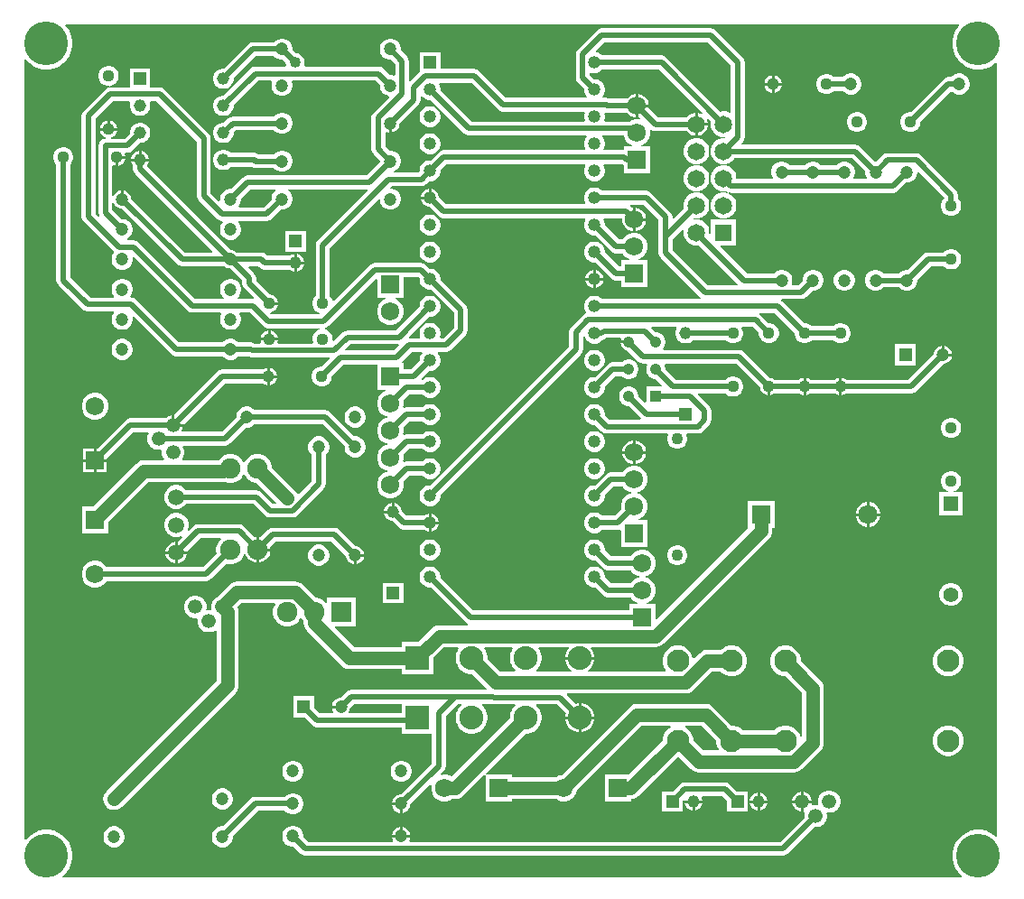
<source format=gbl>
G04*
G04 #@! TF.GenerationSoftware,Altium Limited,Altium Designer,21.9.2 (33)*
G04*
G04 Layer_Physical_Order=2*
G04 Layer_Color=16711680*
%FSLAX25Y25*%
%MOIN*%
G70*
G04*
G04 #@! TF.SameCoordinates,FCC0D48B-1CBD-4A19-82D4-69B650A40008*
G04*
G04*
G04 #@! TF.FilePolarity,Positive*
G04*
G01*
G75*
%ADD50C,0.05000*%
%ADD51C,0.02000*%
%ADD52C,0.08268*%
%ADD53C,0.05248*%
%ADD54C,0.16142*%
%ADD55C,0.07500*%
%ADD56C,0.04400*%
%ADD57C,0.07559*%
%ADD58R,0.07559X0.07559*%
%ADD59R,0.06791X0.06791*%
%ADD60C,0.06791*%
%ADD61R,0.06791X0.06791*%
%ADD62R,0.04134X0.04134*%
%ADD63C,0.04134*%
%ADD64C,0.05500*%
%ADD65R,0.05500X0.05500*%
%ADD66R,0.07087X0.07087*%
%ADD67C,0.07087*%
%ADD68C,0.06496*%
%ADD69R,0.06496X0.06496*%
%ADD70R,0.04528X0.04528*%
%ADD71C,0.04528*%
%ADD72C,0.04331*%
%ADD73C,0.04724*%
%ADD74R,0.04724X0.04724*%
%ADD75R,0.04528X0.04528*%
%ADD76R,0.08799X0.08799*%
%ADD77C,0.08799*%
%ADD78C,0.05878*%
%ADD79R,0.04661X0.04661*%
%ADD80C,0.04661*%
%ADD81C,0.04559*%
%ADD82R,0.04559X0.04559*%
%ADD83C,0.04000*%
G36*
X349003Y318538D02*
X348566Y318101D01*
X347518Y316533D01*
X346797Y314792D01*
X346429Y312943D01*
Y311057D01*
X346797Y309208D01*
X347518Y307467D01*
X348566Y305899D01*
X349899Y304566D01*
X351466Y303518D01*
X353208Y302797D01*
X355057Y302429D01*
X356943D01*
X358792Y302797D01*
X360533Y303518D01*
X362101Y304566D01*
X362538Y305003D01*
X363000Y304812D01*
Y19188D01*
X362538Y18997D01*
X362101Y19434D01*
X360533Y20482D01*
X358792Y21203D01*
X356943Y21571D01*
X355057D01*
X353208Y21203D01*
X351466Y20482D01*
X349899Y19434D01*
X348566Y18101D01*
X347518Y16533D01*
X346797Y14792D01*
X346429Y12943D01*
Y11057D01*
X346797Y9208D01*
X347518Y7467D01*
X348566Y5899D01*
X349899Y4566D01*
X350030Y4479D01*
X349885Y4000D01*
X18115D01*
X17970Y4479D01*
X18101Y4566D01*
X19434Y5899D01*
X20482Y7467D01*
X21203Y9208D01*
X21571Y11057D01*
Y12943D01*
X21203Y14792D01*
X20482Y16533D01*
X19434Y18101D01*
X18101Y19434D01*
X16533Y20482D01*
X14792Y21203D01*
X12943Y21571D01*
X11057D01*
X9208Y21203D01*
X7467Y20482D01*
X5899Y19434D01*
X4566Y18101D01*
X4479Y17970D01*
X4000Y18115D01*
Y305885D01*
X4479Y306030D01*
X4566Y305899D01*
X5899Y304566D01*
X7467Y303518D01*
X9208Y302797D01*
X11057Y302429D01*
X12943D01*
X14792Y302797D01*
X16533Y303518D01*
X18101Y304566D01*
X19434Y305899D01*
X20482Y307467D01*
X21203Y309208D01*
X21571Y311057D01*
Y312943D01*
X21203Y314792D01*
X20482Y316533D01*
X19434Y318101D01*
X18997Y318538D01*
X19188Y319000D01*
X348812D01*
X349003Y318538D01*
D02*
G37*
%LPC*%
G36*
X309508Y300862D02*
X308491D01*
X307509Y300599D01*
X306628Y300091D01*
X306087Y299549D01*
X302684D01*
X302272Y299961D01*
X301428Y300448D01*
X300487Y300700D01*
X299513D01*
X298572Y300448D01*
X297728Y299961D01*
X297039Y299272D01*
X296552Y298428D01*
X296300Y297487D01*
Y296513D01*
X296552Y295572D01*
X297039Y294728D01*
X297728Y294039D01*
X298572Y293552D01*
X299513Y293300D01*
X300487D01*
X301428Y293552D01*
X302272Y294039D01*
X302684Y294451D01*
X306087D01*
X306628Y293910D01*
X307509Y293401D01*
X308491Y293138D01*
X309508D01*
X310491Y293401D01*
X311371Y293910D01*
X312090Y294629D01*
X312599Y295509D01*
X312862Y296492D01*
Y297509D01*
X312599Y298491D01*
X312090Y299372D01*
X311371Y300091D01*
X310491Y300599D01*
X309508Y300862D01*
D02*
G37*
G36*
X280800Y300179D02*
Y297500D01*
X283479D01*
X283282Y298235D01*
X282861Y298965D01*
X282265Y299561D01*
X281535Y299982D01*
X280800Y300179D01*
D02*
G37*
G36*
X279800D02*
X279065Y299982D01*
X278335Y299561D01*
X277739Y298965D01*
X277318Y298235D01*
X277121Y297500D01*
X279800D01*
Y300179D01*
D02*
G37*
G36*
X283479Y296500D02*
X280800D01*
Y293821D01*
X281535Y294018D01*
X282265Y294439D01*
X282861Y295035D01*
X283282Y295765D01*
X283479Y296500D01*
D02*
G37*
G36*
X279800D02*
X277121D01*
X277318Y295765D01*
X277739Y295035D01*
X278335Y294439D01*
X279065Y294018D01*
X279800Y293821D01*
Y296500D01*
D02*
G37*
G36*
X349509Y300862D02*
X348492D01*
X347509Y300599D01*
X346628Y300091D01*
X346087Y299549D01*
X345000D01*
X344024Y299355D01*
X343198Y298802D01*
X331095Y286700D01*
X330513D01*
X329572Y286448D01*
X328728Y285961D01*
X328039Y285272D01*
X327552Y284428D01*
X327300Y283487D01*
Y282513D01*
X327552Y281572D01*
X328039Y280728D01*
X328728Y280039D01*
X329572Y279552D01*
X330513Y279300D01*
X331487D01*
X332428Y279552D01*
X333272Y280039D01*
X333961Y280728D01*
X334448Y281572D01*
X334700Y282513D01*
Y283095D01*
X346056Y294451D01*
X346087D01*
X346628Y293910D01*
X347509Y293401D01*
X348492Y293138D01*
X349509D01*
X350491Y293401D01*
X351372Y293910D01*
X352091Y294629D01*
X352599Y295509D01*
X352862Y296492D01*
Y297509D01*
X352599Y298491D01*
X352091Y299372D01*
X351372Y300091D01*
X350491Y300599D01*
X349509Y300862D01*
D02*
G37*
G36*
X257300Y317549D02*
X217000D01*
X216024Y317355D01*
X215198Y316802D01*
X208198Y309802D01*
X207645Y308976D01*
X207451Y308000D01*
Y299374D01*
X207645Y298398D01*
X208198Y297572D01*
X210543Y295226D01*
Y294496D01*
X210804Y293521D01*
X211309Y292648D01*
X211546Y292411D01*
X211354Y291949D01*
X181656D01*
X171802Y301802D01*
X170975Y302355D01*
X170000Y302549D01*
X157457D01*
Y308831D01*
X149795D01*
Y301400D01*
X146411Y298016D01*
X145949Y298207D01*
Y305489D01*
X145755Y306464D01*
X145202Y307291D01*
X142862Y309631D01*
Y310397D01*
X142599Y311380D01*
X142090Y312260D01*
X141372Y312979D01*
X140491Y313488D01*
X139508Y313751D01*
X138491D01*
X137509Y313488D01*
X136628Y312979D01*
X135909Y312260D01*
X135401Y311380D01*
X135138Y310397D01*
Y309380D01*
X135401Y308398D01*
X135909Y307517D01*
X136628Y306798D01*
X137509Y306290D01*
X138491Y306027D01*
X139257D01*
X140851Y304433D01*
Y300391D01*
X140351Y300123D01*
X139508Y300348D01*
X138743D01*
X136440Y302651D01*
X135613Y303203D01*
X134638Y303397D01*
X107539D01*
X107217Y303897D01*
X107389Y304539D01*
Y305461D01*
X107150Y306351D01*
X106690Y307149D01*
X106038Y307801D01*
X105240Y308261D01*
X104350Y308500D01*
X103994D01*
X102862Y309631D01*
Y310397D01*
X102599Y311380D01*
X102091Y312260D01*
X101372Y312979D01*
X100491Y313488D01*
X99509Y313751D01*
X98492D01*
X97509Y313488D01*
X96628Y312979D01*
X96087Y312438D01*
X88263D01*
X87287Y312244D01*
X86460Y311691D01*
X77549Y302780D01*
X76876D01*
X75915Y302522D01*
X75053Y302024D01*
X74350Y301321D01*
X73852Y300459D01*
X73594Y299498D01*
Y298502D01*
X73852Y297541D01*
X74350Y296679D01*
X75053Y295976D01*
X75915Y295478D01*
X76876Y295220D01*
X77872D01*
X78833Y295478D01*
X79695Y295976D01*
X80398Y296679D01*
X80896Y297541D01*
X81154Y298502D01*
Y299175D01*
X89319Y307340D01*
X96087D01*
X96628Y306798D01*
X97509Y306290D01*
X98492Y306027D01*
X99257D01*
X100389Y304895D01*
Y304539D01*
X100561Y303897D01*
X100238Y303397D01*
X89222D01*
X88247Y303203D01*
X87420Y302651D01*
X77549Y292779D01*
X76876D01*
X75915Y292522D01*
X75053Y292024D01*
X74350Y291321D01*
X73852Y290459D01*
X73594Y289498D01*
Y288502D01*
X73852Y287541D01*
X74350Y286679D01*
X75053Y285976D01*
X75915Y285478D01*
X76876Y285221D01*
X77872D01*
X78833Y285478D01*
X79695Y285976D01*
X80398Y286679D01*
X80896Y287541D01*
X81154Y288502D01*
Y289175D01*
X90278Y298299D01*
X95066D01*
X95353Y297799D01*
X95138Y296995D01*
Y295978D01*
X95401Y294995D01*
X95910Y294115D01*
X96628Y293396D01*
X97509Y292887D01*
X98492Y292624D01*
X99509D01*
X100491Y292887D01*
X101372Y293396D01*
X102091Y294115D01*
X102599Y294995D01*
X102862Y295978D01*
Y296995D01*
X102647Y297799D01*
X102934Y298299D01*
X133582D01*
X135138Y296744D01*
Y295978D01*
X135401Y294995D01*
X135909Y294115D01*
X136628Y293396D01*
X137509Y292887D01*
X138271Y292683D01*
X138447Y292152D01*
X132798Y286502D01*
X132245Y285676D01*
X132051Y284700D01*
Y272886D01*
X132245Y271911D01*
X132798Y271084D01*
X135138Y268744D01*
Y268229D01*
X130158Y263249D01*
X86297D01*
X85322Y263055D01*
X84495Y262502D01*
X80257Y258265D01*
X79492D01*
X78509Y258002D01*
X77628Y257493D01*
X76910Y256774D01*
X76401Y255893D01*
X76138Y254911D01*
Y254074D01*
X75657Y253848D01*
X72749Y256756D01*
Y276900D01*
X72555Y277875D01*
X72002Y278702D01*
X55602Y295102D01*
X54776Y295655D01*
X53800Y295849D01*
X50406D01*
Y302780D01*
X42847D01*
Y295849D01*
X35951D01*
X35700Y295849D01*
X35621Y296336D01*
X35873Y296403D01*
X36428Y296552D01*
X37272Y297039D01*
X37961Y297728D01*
X38448Y298572D01*
X38700Y299513D01*
Y300487D01*
X38448Y301428D01*
X37961Y302272D01*
X37272Y302961D01*
X36428Y303448D01*
X35487Y303700D01*
X34513D01*
X33572Y303448D01*
X32728Y302961D01*
X32039Y302272D01*
X31552Y301428D01*
X31300Y300487D01*
Y299513D01*
X31552Y298572D01*
X32039Y297728D01*
X32728Y297039D01*
X33572Y296552D01*
X34513Y296300D01*
X35138D01*
X35405Y296300D01*
X35454Y295800D01*
X35216Y295753D01*
X34725Y295655D01*
X33898Y295102D01*
X25798Y287002D01*
X25245Y286175D01*
X25051Y285200D01*
Y248000D01*
X25245Y247024D01*
X25798Y246198D01*
X36792Y235203D01*
X36909Y234613D01*
X36401Y233732D01*
X36138Y232750D01*
Y231733D01*
X36401Y230751D01*
X36909Y229870D01*
X37629Y229151D01*
X38509Y228643D01*
X39492Y228379D01*
X40508D01*
X41491Y228643D01*
X42371Y229151D01*
X43091Y229870D01*
X43599Y230751D01*
X43862Y231733D01*
Y232750D01*
X43798Y232990D01*
X44246Y233249D01*
X64198Y213298D01*
X65025Y212745D01*
X66000Y212551D01*
X76389D01*
X76678Y212051D01*
X76401Y211571D01*
X76138Y210589D01*
Y209572D01*
X76401Y208590D01*
X76910Y207709D01*
X77628Y206990D01*
X78509Y206482D01*
X79492Y206218D01*
X80509D01*
X81491Y206482D01*
X82371Y206990D01*
X83091Y207709D01*
X83599Y208590D01*
X83862Y209572D01*
Y210589D01*
X83599Y211571D01*
X83322Y212051D01*
X83611Y212551D01*
X87244D01*
X92198Y207598D01*
X93024Y207045D01*
X94000Y206851D01*
X112883D01*
X112949Y206351D01*
X112572Y206250D01*
X111728Y205763D01*
X111039Y205074D01*
X110552Y204230D01*
X110300Y203289D01*
Y202315D01*
X110478Y201649D01*
X110143Y201149D01*
X97543D01*
X97304Y201649D01*
X97479Y202302D01*
X91121D01*
X91296Y201649D01*
X91057Y201149D01*
X88784D01*
X88476Y201355D01*
X87500Y201549D01*
X82913D01*
X82371Y202091D01*
X81491Y202599D01*
X80509Y202862D01*
X79492D01*
X78509Y202599D01*
X77628Y202091D01*
X77087Y201549D01*
X61056D01*
X45202Y217402D01*
X44376Y217955D01*
X43400Y218149D01*
X43103D01*
X42912Y218611D01*
X43091Y218790D01*
X43599Y219670D01*
X43862Y220653D01*
Y221670D01*
X43599Y222652D01*
X43091Y223533D01*
X42371Y224252D01*
X41491Y224760D01*
X40508Y225023D01*
X39492D01*
X38509Y224760D01*
X37629Y224252D01*
X36909Y223533D01*
X36401Y222652D01*
X36138Y221670D01*
Y220653D01*
X36401Y219670D01*
X36909Y218790D01*
X37088Y218611D01*
X36897Y218149D01*
X28256D01*
X20849Y225556D01*
Y267316D01*
X21261Y267728D01*
X21748Y268572D01*
X22000Y269513D01*
Y270487D01*
X21748Y271428D01*
X21261Y272272D01*
X20572Y272961D01*
X19728Y273448D01*
X18787Y273700D01*
X17813D01*
X16872Y273448D01*
X16028Y272961D01*
X15339Y272272D01*
X14852Y271428D01*
X14600Y270487D01*
Y269513D01*
X14852Y268572D01*
X15339Y267728D01*
X15751Y267316D01*
Y224500D01*
X15945Y223524D01*
X16498Y222698D01*
X25398Y213798D01*
X26224Y213245D01*
X27200Y213051D01*
X36855D01*
X37047Y212589D01*
X36909Y212452D01*
X36401Y211571D01*
X36138Y210589D01*
Y209572D01*
X36401Y208590D01*
X36909Y207709D01*
X37629Y206990D01*
X38509Y206482D01*
X39492Y206218D01*
X40508D01*
X41491Y206482D01*
X42371Y206990D01*
X43091Y207709D01*
X43599Y208590D01*
X43862Y209572D01*
Y210589D01*
X43775Y210913D01*
X44224Y211171D01*
X58198Y197198D01*
X59025Y196645D01*
X60000Y196451D01*
X77087D01*
X77628Y195910D01*
X78509Y195401D01*
X79492Y195138D01*
X80509D01*
X81491Y195401D01*
X82371Y195910D01*
X82913Y196451D01*
X86616D01*
X86924Y196245D01*
X87900Y196051D01*
X116493D01*
X116684Y195589D01*
X113795Y192700D01*
X113213D01*
X112272Y192448D01*
X111428Y191961D01*
X110739Y191272D01*
X110252Y190428D01*
X110000Y189487D01*
Y188513D01*
X110252Y187572D01*
X110739Y186728D01*
X111428Y186039D01*
X112272Y185552D01*
X113213Y185300D01*
X114187D01*
X115128Y185552D01*
X115972Y186039D01*
X116661Y186728D01*
X117148Y187572D01*
X117400Y188513D01*
Y189095D01*
X121756Y193451D01*
X134104D01*
Y184104D01*
X137202D01*
X137268Y183604D01*
X137110Y183562D01*
X135994Y182917D01*
X135082Y182006D01*
X134438Y180890D01*
X134104Y179645D01*
Y178356D01*
X134438Y177110D01*
X135082Y175994D01*
X135994Y175083D01*
X137110Y174438D01*
X137779Y174259D01*
Y173741D01*
X137110Y173562D01*
X135994Y172917D01*
X135082Y172006D01*
X134438Y170890D01*
X134104Y169644D01*
Y168356D01*
X134438Y167110D01*
X135082Y165994D01*
X135994Y165083D01*
X137110Y164438D01*
X137779Y164259D01*
Y163741D01*
X137110Y163562D01*
X135994Y162917D01*
X135082Y162006D01*
X134438Y160890D01*
X134104Y159644D01*
Y158355D01*
X134438Y157110D01*
X135082Y155994D01*
X135994Y155082D01*
X137110Y154438D01*
X137779Y154259D01*
Y153741D01*
X137110Y153562D01*
X135994Y152918D01*
X135082Y152006D01*
X134438Y150890D01*
X134104Y149644D01*
Y148355D01*
X134438Y147110D01*
X135082Y145994D01*
X135994Y145082D01*
X137110Y144438D01*
X138356Y144104D01*
X139645D01*
X140890Y144438D01*
X142006Y145082D01*
X142918Y145994D01*
X143562Y147110D01*
X143896Y148355D01*
Y149644D01*
X143759Y150154D01*
X146056Y152451D01*
X150758D01*
X151274Y151935D01*
X152147Y151430D01*
X153122Y151169D01*
X154130D01*
X155105Y151430D01*
X155978Y151935D01*
X156691Y152648D01*
X157196Y153521D01*
X157457Y154496D01*
Y155504D01*
X157196Y156479D01*
X156691Y157352D01*
X155978Y158065D01*
X155105Y158570D01*
X154130Y158831D01*
X153122D01*
X152147Y158570D01*
X151274Y158065D01*
X150758Y157549D01*
X145000D01*
X144152Y157380D01*
X143839Y157620D01*
X143737Y157764D01*
X143896Y158355D01*
Y159644D01*
X143759Y160154D01*
X146056Y162451D01*
X150758D01*
X151274Y161935D01*
X152147Y161430D01*
X153122Y161169D01*
X154130D01*
X155105Y161430D01*
X155978Y161935D01*
X156691Y162648D01*
X157196Y163521D01*
X157457Y164496D01*
Y165504D01*
X157196Y166479D01*
X156691Y167352D01*
X155978Y168065D01*
X155105Y168570D01*
X154130Y168831D01*
X153122D01*
X152147Y168570D01*
X151274Y168065D01*
X150758Y167549D01*
X145000D01*
X144152Y167380D01*
X143839Y167620D01*
X143737Y167764D01*
X143896Y168356D01*
Y169644D01*
X143759Y170154D01*
X146056Y172451D01*
X150758D01*
X151274Y171935D01*
X152147Y171430D01*
X153122Y171169D01*
X154130D01*
X155105Y171430D01*
X155978Y171935D01*
X156691Y172648D01*
X157196Y173521D01*
X157457Y174496D01*
Y175504D01*
X157196Y176479D01*
X156691Y177352D01*
X155978Y178065D01*
X155105Y178570D01*
X154130Y178831D01*
X153122D01*
X152147Y178570D01*
X151274Y178065D01*
X150758Y177549D01*
X145000D01*
X144152Y177380D01*
X143839Y177620D01*
X143737Y177764D01*
X143896Y178356D01*
Y179645D01*
X143759Y180154D01*
X146056Y182451D01*
X150758D01*
X151274Y181935D01*
X152147Y181430D01*
X153122Y181169D01*
X154130D01*
X155105Y181430D01*
X155978Y181935D01*
X156691Y182648D01*
X157196Y183521D01*
X157457Y184496D01*
Y185504D01*
X157196Y186479D01*
X156691Y187352D01*
X155978Y188065D01*
X155105Y188570D01*
X154130Y188831D01*
X153122D01*
X152147Y188570D01*
X151274Y188065D01*
X150895Y187686D01*
X150657Y187719D01*
X150478Y188247D01*
X153400Y191169D01*
X154130D01*
X155105Y191430D01*
X155978Y191935D01*
X156691Y192648D01*
X157196Y193521D01*
X157457Y194496D01*
Y195504D01*
X157196Y196479D01*
X156691Y197352D01*
X156454Y197589D01*
X156646Y198051D01*
X159600D01*
X160575Y198245D01*
X161402Y198798D01*
X166802Y204198D01*
X167355Y205025D01*
X167549Y206000D01*
Y213626D01*
X167355Y214601D01*
X166802Y215428D01*
X157457Y224774D01*
Y225504D01*
X157196Y226479D01*
X156691Y227352D01*
X155978Y228065D01*
X155105Y228570D01*
X154130Y228831D01*
X153400D01*
X152028Y230202D01*
X151201Y230755D01*
X150226Y230949D01*
X133400D01*
X132424Y230755D01*
X131598Y230202D01*
X118147Y216752D01*
X117589Y216901D01*
X117448Y217428D01*
X116961Y218272D01*
X116549Y218684D01*
Y236344D01*
X134676Y254471D01*
X135138Y254280D01*
Y253978D01*
X135401Y252995D01*
X135909Y252115D01*
X136628Y251396D01*
X137509Y250887D01*
X138491Y250624D01*
X139508D01*
X140491Y250887D01*
X141372Y251396D01*
X142090Y252115D01*
X142599Y252995D01*
X142862Y253978D01*
Y254995D01*
X142599Y255977D01*
X142090Y256858D01*
X141372Y257577D01*
X140491Y258085D01*
X139508Y258348D01*
X139207D01*
X139015Y258810D01*
X139456Y259251D01*
X150426D01*
X151401Y259445D01*
X152228Y259998D01*
X153400Y261169D01*
X154130D01*
X155105Y261430D01*
X155978Y261935D01*
X156691Y262648D01*
X157196Y263521D01*
X157457Y264496D01*
Y265226D01*
X159682Y267451D01*
X210788D01*
X211077Y266951D01*
X210804Y266479D01*
X210543Y265504D01*
Y264496D01*
X210804Y263521D01*
X211309Y262648D01*
X212022Y261935D01*
X212895Y261430D01*
X213870Y261169D01*
X214878D01*
X215853Y261430D01*
X216726Y261935D01*
X217439Y262648D01*
X217944Y263521D01*
X218205Y264496D01*
Y265504D01*
X217944Y266479D01*
X217671Y266951D01*
X217960Y267451D01*
X224344D01*
X224598Y267198D01*
X225104Y266859D01*
Y264104D01*
X234896D01*
Y273896D01*
X231798D01*
X231732Y274396D01*
X231890Y274438D01*
X233006Y275082D01*
X233917Y275994D01*
X234562Y277110D01*
X234896Y278356D01*
Y279644D01*
X234831Y279885D01*
X235266Y280196D01*
X235893Y279777D01*
X236868Y279583D01*
X248566D01*
X248601Y279523D01*
X249392Y278732D01*
X250360Y278173D01*
X251441Y277884D01*
X251500D01*
Y282132D01*
Y286380D01*
X251441D01*
X250360Y286090D01*
X249392Y285531D01*
X248601Y284740D01*
X248566Y284681D01*
X237924D01*
X234351Y288254D01*
X234396Y288421D01*
Y288500D01*
X230500D01*
Y284604D01*
X230579D01*
X230746Y284649D01*
X231130Y284266D01*
X230879Y283833D01*
X230644Y283896D01*
X229356D01*
X228110Y283562D01*
X227395Y283149D01*
X218240D01*
X217978Y283649D01*
X218205Y284496D01*
Y285504D01*
X218031Y286154D01*
X218433Y286584D01*
X219100Y286451D01*
X226396D01*
X226483Y286301D01*
X227301Y285483D01*
X228303Y284904D01*
X229421Y284604D01*
X229500D01*
Y289000D01*
Y293396D01*
X229421D01*
X228303Y293096D01*
X227301Y292517D01*
X226483Y291699D01*
X226396Y291549D01*
X219984D01*
X219675Y291755D01*
X218700Y291949D01*
X217394D01*
X217202Y292411D01*
X217439Y292648D01*
X217944Y293521D01*
X218205Y294496D01*
Y295504D01*
X217944Y296479D01*
X217439Y297352D01*
X216726Y298065D01*
X215853Y298570D01*
X214878Y298831D01*
X214148D01*
X212549Y300430D01*
Y301114D01*
X213049Y301389D01*
X213870Y301169D01*
X214878D01*
X215853Y301430D01*
X216726Y301935D01*
X217243Y302451D01*
X238076D01*
X254159Y286368D01*
X253852Y285967D01*
X253640Y286090D01*
X252559Y286380D01*
X252500D01*
Y282632D01*
X256248D01*
Y282691D01*
X255959Y283771D01*
X255836Y283984D01*
X256236Y284291D01*
X257362Y283165D01*
X257252Y282757D01*
Y281506D01*
X257575Y280299D01*
X258201Y279216D01*
X259085Y278332D01*
X260167Y277707D01*
X261375Y277384D01*
X262625D01*
X262740Y277414D01*
X263014Y276970D01*
X262874Y276813D01*
X262625Y276880D01*
X261375D01*
X260167Y276556D01*
X259085Y275931D01*
X258201Y275047D01*
X257575Y273964D01*
X257252Y272757D01*
Y271507D01*
X257575Y270299D01*
X258201Y269216D01*
X259085Y268332D01*
X260167Y267707D01*
X261375Y267384D01*
X262625D01*
X263833Y267707D01*
X264915Y268332D01*
X265799Y269216D01*
X266011Y269583D01*
X309447D01*
X314272Y264757D01*
Y263991D01*
X314536Y263009D01*
X314859Y262449D01*
X314570Y261949D01*
X310154D01*
X309865Y262449D01*
X310189Y263009D01*
X310452Y263991D01*
Y265008D01*
X310189Y265991D01*
X309680Y266872D01*
X308961Y267590D01*
X308081Y268099D01*
X307098Y268362D01*
X306081D01*
X305099Y268099D01*
X304218Y267590D01*
X303677Y267049D01*
X297958D01*
X297416Y267590D01*
X296536Y268099D01*
X295553Y268362D01*
X294536D01*
X293554Y268099D01*
X292673Y267590D01*
X292132Y267049D01*
X286413D01*
X285872Y267590D01*
X284991Y268099D01*
X284009Y268362D01*
X282992D01*
X282009Y268099D01*
X281129Y267590D01*
X280410Y266872D01*
X279901Y265991D01*
X279638Y265008D01*
Y263991D01*
X279901Y263009D01*
X280224Y262449D01*
X279936Y261949D01*
X266748D01*
Y262757D01*
X266424Y263964D01*
X265799Y265047D01*
X264915Y265931D01*
X263833Y266556D01*
X262625Y266880D01*
X261375D01*
X260167Y266556D01*
X259085Y265931D01*
X258201Y265047D01*
X257575Y263964D01*
X257252Y262757D01*
Y261507D01*
X257575Y260299D01*
X258201Y259216D01*
X259085Y258332D01*
X260167Y257707D01*
X261375Y257384D01*
X262625D01*
X263071Y257503D01*
X263633Y257127D01*
X263626Y257110D01*
X263626D01*
X263609Y257074D01*
X263609D01*
X263609Y257074D01*
D01*
X263342Y256687D01*
X262625Y256880D01*
X261375D01*
X260167Y256556D01*
X259085Y255931D01*
X258201Y255047D01*
X257575Y253964D01*
X257252Y252757D01*
Y251506D01*
X257575Y250299D01*
X258201Y249216D01*
X259085Y248332D01*
X260167Y247707D01*
X261375Y247384D01*
X262625D01*
X263833Y247707D01*
X264915Y248332D01*
X265799Y249216D01*
X266424Y250299D01*
X266748Y251506D01*
Y252757D01*
X266424Y253964D01*
X265799Y255047D01*
X264915Y255931D01*
X264068Y256420D01*
X264071Y256882D01*
X264089Y256929D01*
X264550Y256887D01*
X264732Y256851D01*
X324580D01*
X325555Y257045D01*
X326382Y257598D01*
X329422Y260638D01*
X330188D01*
X331170Y260901D01*
X332051Y261409D01*
X332770Y262128D01*
X333279Y263009D01*
X333542Y263991D01*
Y264200D01*
X334004Y264391D01*
X343451Y254944D01*
Y254684D01*
X343039Y254272D01*
X342552Y253428D01*
X342300Y252487D01*
Y251513D01*
X342552Y250572D01*
X343039Y249728D01*
X343728Y249039D01*
X344572Y248552D01*
X345513Y248300D01*
X346487D01*
X347428Y248552D01*
X348272Y249039D01*
X348961Y249728D01*
X349448Y250572D01*
X349700Y251513D01*
Y252487D01*
X349448Y253428D01*
X348961Y254272D01*
X348549Y254684D01*
Y256000D01*
X348355Y256976D01*
X347802Y257802D01*
X334902Y270702D01*
X334075Y271255D01*
X333100Y271449D01*
X322535D01*
X321559Y271255D01*
X320732Y270702D01*
X318392Y268362D01*
X317877D01*
X312305Y273934D01*
X311478Y274486D01*
X310503Y274681D01*
X268807D01*
X268616Y275143D01*
X269102Y275629D01*
X269655Y276456D01*
X269849Y277432D01*
Y305000D01*
X269655Y305976D01*
X269102Y306802D01*
X259102Y316802D01*
X258276Y317355D01*
X257300Y317549D01*
D02*
G37*
G36*
X230579Y293396D02*
X230500D01*
Y289500D01*
X234396D01*
Y289579D01*
X234096Y290697D01*
X233517Y291699D01*
X232699Y292517D01*
X231697Y293096D01*
X230579Y293396D01*
D02*
G37*
G36*
X311787Y286700D02*
X310813D01*
X309872Y286448D01*
X309028Y285961D01*
X308339Y285272D01*
X307852Y284428D01*
X307600Y283487D01*
Y282513D01*
X307852Y281572D01*
X308339Y280728D01*
X309028Y280039D01*
X309872Y279552D01*
X310813Y279300D01*
X311787D01*
X312728Y279552D01*
X313572Y280039D01*
X314261Y280728D01*
X314748Y281572D01*
X315000Y282513D01*
Y283487D01*
X314748Y284428D01*
X314261Y285272D01*
X313572Y285961D01*
X312728Y286448D01*
X311787Y286700D01*
D02*
G37*
G36*
X99509Y286348D02*
X98492D01*
X97509Y286085D01*
X96628Y285577D01*
X96087Y285035D01*
X80860D01*
X79885Y284841D01*
X79058Y284289D01*
X77549Y282780D01*
X76876D01*
X75915Y282522D01*
X75053Y282024D01*
X74350Y281321D01*
X73852Y280459D01*
X73594Y279498D01*
Y278502D01*
X73852Y277541D01*
X74350Y276679D01*
X75053Y275976D01*
X75915Y275478D01*
X76876Y275220D01*
X77872D01*
X78833Y275478D01*
X79695Y275976D01*
X80398Y276679D01*
X80896Y277541D01*
X81154Y278502D01*
Y279175D01*
X81916Y279937D01*
X96087D01*
X96628Y279396D01*
X97509Y278887D01*
X98492Y278624D01*
X99509D01*
X100491Y278887D01*
X101372Y279396D01*
X102091Y280115D01*
X102599Y280995D01*
X102862Y281978D01*
Y282995D01*
X102599Y283977D01*
X102091Y284858D01*
X101372Y285577D01*
X100491Y286085D01*
X99509Y286348D01*
D02*
G37*
G36*
X256248Y281632D02*
X252500D01*
Y277884D01*
X252559D01*
X253640Y278173D01*
X254608Y278732D01*
X255399Y279523D01*
X255959Y280492D01*
X256248Y281572D01*
Y281632D01*
D02*
G37*
G36*
X252625Y276880D02*
X251375D01*
X250167Y276556D01*
X249085Y275931D01*
X248201Y275047D01*
X247575Y273964D01*
X247252Y272757D01*
Y271507D01*
X247575Y270299D01*
X248201Y269216D01*
X249085Y268332D01*
X250167Y267707D01*
X251375Y267384D01*
X252625D01*
X253833Y267707D01*
X254915Y268332D01*
X255799Y269216D01*
X256424Y270299D01*
X256748Y271507D01*
Y272757D01*
X256424Y273964D01*
X255799Y275047D01*
X254915Y275931D01*
X253833Y276556D01*
X252625Y276880D01*
D02*
G37*
G36*
X77872Y272779D02*
X76876D01*
X75915Y272522D01*
X75053Y272024D01*
X74350Y271321D01*
X73852Y270459D01*
X73594Y269498D01*
Y268502D01*
X73852Y267541D01*
X74350Y266679D01*
X75053Y265976D01*
X75915Y265478D01*
X76876Y265220D01*
X77872D01*
X78833Y265478D01*
X79695Y265976D01*
X80170Y266451D01*
X87960D01*
X88438Y266131D01*
X89414Y265937D01*
X96087D01*
X96628Y265396D01*
X97509Y264887D01*
X98492Y264624D01*
X99509D01*
X100491Y264887D01*
X101372Y265396D01*
X102091Y266115D01*
X102599Y266995D01*
X102862Y267978D01*
Y268995D01*
X102599Y269977D01*
X102091Y270858D01*
X101372Y271577D01*
X100491Y272085D01*
X99509Y272348D01*
X98492D01*
X97509Y272085D01*
X96628Y271577D01*
X96087Y271035D01*
X90354D01*
X89876Y271355D01*
X88900Y271549D01*
X80170D01*
X79695Y272024D01*
X78833Y272522D01*
X77872Y272779D01*
D02*
G37*
G36*
X252625Y266880D02*
X251375D01*
X250167Y266556D01*
X249085Y265931D01*
X248201Y265047D01*
X247575Y263964D01*
X247252Y262757D01*
Y261507D01*
X247575Y260299D01*
X248201Y259216D01*
X249085Y258332D01*
X250167Y257707D01*
X251375Y257384D01*
X252625D01*
X253833Y257707D01*
X254915Y258332D01*
X255799Y259216D01*
X256424Y260299D01*
X256748Y261507D01*
Y262757D01*
X256424Y263964D01*
X255799Y265047D01*
X254915Y265931D01*
X253833Y266556D01*
X252625Y266880D01*
D02*
G37*
G36*
X153126Y258314D02*
X152340Y258104D01*
X151581Y257665D01*
X150961Y257045D01*
X150522Y256286D01*
X150312Y255500D01*
X153126D01*
Y258314D01*
D02*
G37*
G36*
X214878Y258831D02*
X213870D01*
X212895Y258570D01*
X212022Y258065D01*
X211309Y257352D01*
X210804Y256479D01*
X210543Y255504D01*
Y254496D01*
X210804Y253521D01*
X211077Y253049D01*
X210788Y252549D01*
X159682D01*
X156957Y255274D01*
Y255438D01*
X156730Y256286D01*
X156291Y257045D01*
X155671Y257665D01*
X154912Y258104D01*
X154126Y258314D01*
Y255000D01*
X153626D01*
Y254500D01*
X150312D01*
X150522Y253714D01*
X150961Y252955D01*
X151581Y252335D01*
X152340Y251896D01*
X153188Y251669D01*
X153352D01*
X156824Y248198D01*
X157650Y247645D01*
X158626Y247451D01*
X210788D01*
X211077Y246951D01*
X210804Y246479D01*
X210543Y245504D01*
Y244496D01*
X210804Y243521D01*
X211309Y242648D01*
X212022Y241935D01*
X212895Y241430D01*
X213870Y241169D01*
X214600D01*
X220572Y235198D01*
X221398Y234645D01*
X222374Y234451D01*
X224819D01*
X225082Y233994D01*
X225994Y233083D01*
X227110Y232438D01*
X227268Y232396D01*
X227202Y231896D01*
X224104D01*
Y229549D01*
X223430D01*
X218205Y234774D01*
Y235504D01*
X217944Y236479D01*
X217439Y237352D01*
X216726Y238065D01*
X215853Y238570D01*
X214878Y238831D01*
X213870D01*
X212895Y238570D01*
X212022Y238065D01*
X211309Y237352D01*
X210804Y236479D01*
X210543Y235504D01*
Y234496D01*
X210804Y233521D01*
X211309Y232648D01*
X212022Y231935D01*
X212895Y231430D01*
X213870Y231169D01*
X214600D01*
X220572Y225198D01*
X221398Y224645D01*
X222374Y224451D01*
X224104D01*
Y222104D01*
X233896D01*
Y231896D01*
X230798D01*
X230732Y232396D01*
X230890Y232438D01*
X232006Y233083D01*
X232917Y233994D01*
X233562Y235110D01*
X233896Y236355D01*
Y237645D01*
X233562Y238890D01*
X232917Y240006D01*
X232006Y240917D01*
X230890Y241562D01*
X229644Y241896D01*
X228356D01*
X227110Y241562D01*
X225994Y240917D01*
X225082Y240006D01*
X224819Y239549D01*
X223430D01*
X218205Y244774D01*
Y245504D01*
X217944Y246479D01*
X217671Y246951D01*
X217960Y247451D01*
X224604D01*
Y246421D01*
X224904Y245303D01*
X225483Y244301D01*
X226301Y243483D01*
X227303Y242904D01*
X228421Y242604D01*
X228500D01*
Y247000D01*
Y251396D01*
X228421D01*
X228254Y251351D01*
X227802Y251802D01*
X227580Y251951D01*
X227732Y252451D01*
X232544D01*
X238051Y246944D01*
Y240732D01*
Y234600D01*
X238245Y233625D01*
X238798Y232798D01*
X253298Y218298D01*
X253670Y218049D01*
X253518Y217549D01*
X217243D01*
X216726Y218065D01*
X215853Y218570D01*
X214878Y218831D01*
X213870D01*
X212895Y218570D01*
X212022Y218065D01*
X211309Y217352D01*
X210804Y216479D01*
X210543Y215504D01*
Y214496D01*
X210804Y213521D01*
X211219Y212803D01*
X211063Y212291D01*
X211006Y212243D01*
X210198Y211702D01*
X205798Y207302D01*
X205245Y206475D01*
X205051Y205500D01*
Y200030D01*
X153852Y148831D01*
X153122D01*
X152147Y148570D01*
X151274Y148065D01*
X150561Y147352D01*
X150056Y146479D01*
X149795Y145504D01*
Y144496D01*
X150056Y143521D01*
X150561Y142648D01*
X151274Y141935D01*
X152147Y141430D01*
X153122Y141169D01*
X154130D01*
X155105Y141430D01*
X155978Y141935D01*
X156691Y142648D01*
X157196Y143521D01*
X157457Y144496D01*
Y145226D01*
X209402Y197172D01*
X209955Y197998D01*
X210149Y198974D01*
Y204035D01*
X210649Y204101D01*
X210804Y203521D01*
X211309Y202648D01*
X212022Y201935D01*
X212895Y201430D01*
X213870Y201169D01*
X214878D01*
X215853Y201430D01*
X216726Y201935D01*
X217309Y202518D01*
X217949Y202645D01*
X218776Y203198D01*
X218830Y203251D01*
X223837D01*
X224105Y202751D01*
X223959Y202206D01*
X227000D01*
Y201206D01*
X223959D01*
X224142Y200523D01*
X224546Y199823D01*
X225117Y199252D01*
X225816Y198848D01*
X226413Y198689D01*
X230604Y194498D01*
X231431Y193945D01*
X232406Y193751D01*
X233562D01*
X233812Y193318D01*
X233676Y193083D01*
X233433Y192176D01*
Y191237D01*
X233676Y190330D01*
X234146Y189516D01*
X234810Y188852D01*
X235623Y188382D01*
X236530Y188139D01*
X236962D01*
X239366Y185735D01*
X239175Y185273D01*
X233433D01*
Y179531D01*
X232971Y179340D01*
X230567Y181744D01*
Y182176D01*
X230324Y183083D01*
X229854Y183897D01*
X229190Y184561D01*
X228377Y185030D01*
X227470Y185273D01*
X226530D01*
X225623Y185030D01*
X224810Y184561D01*
X224146Y183897D01*
X223676Y183083D01*
X223433Y182176D01*
Y181237D01*
X223676Y180330D01*
X224146Y179516D01*
X224810Y178852D01*
X225623Y178383D01*
X226530Y178139D01*
X226962D01*
X231553Y173549D01*
X231346Y173049D01*
X219930D01*
X218205Y174774D01*
Y175504D01*
X217944Y176479D01*
X217439Y177352D01*
X216726Y178065D01*
X215853Y178570D01*
X214878Y178831D01*
X213870D01*
X212895Y178570D01*
X212022Y178065D01*
X211309Y177352D01*
X210804Y176479D01*
X210543Y175504D01*
Y174496D01*
X210804Y173521D01*
X211309Y172648D01*
X212022Y171935D01*
X212895Y171430D01*
X213870Y171169D01*
X214600D01*
X217072Y168698D01*
X217899Y168145D01*
X218874Y167951D01*
X241394D01*
X241644Y167518D01*
X241584Y167415D01*
X241335Y166482D01*
Y165517D01*
X241584Y164585D01*
X242067Y163749D01*
X242749Y163067D01*
X243585Y162584D01*
X244517Y162335D01*
X245482D01*
X246415Y162584D01*
X247251Y163067D01*
X247933Y163749D01*
X248416Y164585D01*
X248665Y165517D01*
Y166482D01*
X248416Y167415D01*
X248356Y167518D01*
X248606Y167951D01*
X252500D01*
X253475Y168145D01*
X254302Y168698D01*
X256802Y171198D01*
X257355Y172025D01*
X257549Y173000D01*
Y176206D01*
X257355Y177182D01*
X256802Y178009D01*
X252522Y182289D01*
X252713Y182751D01*
X262822D01*
X263234Y182339D01*
X264078Y181852D01*
X265019Y181600D01*
X265993D01*
X266934Y181852D01*
X267778Y182339D01*
X268467Y183028D01*
X268954Y183872D01*
X269206Y184813D01*
Y185787D01*
X268954Y186728D01*
X268467Y187572D01*
X267778Y188261D01*
X266934Y188748D01*
X265993Y189000D01*
X265019D01*
X264078Y188748D01*
X263234Y188261D01*
X262822Y187849D01*
X244462D01*
X240567Y191744D01*
Y192176D01*
X240324Y193083D01*
X240188Y193318D01*
X240438Y193751D01*
X266671D01*
X275526Y184895D01*
Y184879D01*
X275745Y184065D01*
X276166Y183335D01*
X276762Y182739D01*
X277491Y182318D01*
X278226Y182121D01*
Y185300D01*
X279226D01*
Y182121D01*
X279961Y182318D01*
X280691Y182739D01*
X280703Y182751D01*
X289970D01*
X289982Y182739D01*
X290712Y182318D01*
X291447Y182121D01*
Y185300D01*
Y188479D01*
X290712Y188282D01*
X289982Y187861D01*
X289970Y187849D01*
X280703D01*
X280691Y187861D01*
X279961Y188282D01*
X279148Y188500D01*
X279131D01*
X269529Y198102D01*
X268702Y198655D01*
X267726Y198849D01*
X239894D01*
X239687Y199349D01*
X239854Y199516D01*
X240324Y200330D01*
X240567Y201237D01*
Y202176D01*
X240324Y203083D01*
X239854Y203897D01*
X239190Y204561D01*
X238377Y205030D01*
X237470Y205273D01*
X237038D01*
X235422Y206889D01*
X235613Y207351D01*
X244434D01*
X244723Y206851D01*
X244493Y206453D01*
X244236Y205496D01*
Y204504D01*
X244493Y203547D01*
X244988Y202689D01*
X245689Y201988D01*
X246547Y201493D01*
X247504Y201236D01*
X248496D01*
X249453Y201493D01*
X250311Y201988D01*
X250774Y202451D01*
X262822D01*
X263234Y202039D01*
X264078Y201552D01*
X265019Y201300D01*
X265993D01*
X266934Y201552D01*
X267778Y202039D01*
X268467Y202728D01*
X268954Y203572D01*
X269206Y204513D01*
Y205487D01*
X268954Y206428D01*
X268710Y206851D01*
X268998Y207351D01*
X272771D01*
X275026Y205095D01*
Y204513D01*
X275278Y203572D01*
X275766Y202728D01*
X276454Y202039D01*
X277298Y201552D01*
X278239Y201300D01*
X279214D01*
X280155Y201552D01*
X280998Y202039D01*
X281687Y202728D01*
X282174Y203572D01*
X282426Y204513D01*
Y205487D01*
X282174Y206428D01*
X281687Y207272D01*
X280998Y207961D01*
X280155Y208448D01*
X279214Y208700D01*
X278631D01*
X275629Y211702D01*
X275257Y211951D01*
X275408Y212451D01*
X280891D01*
X288247Y205095D01*
Y204513D01*
X288499Y203572D01*
X288986Y202728D01*
X289675Y202039D01*
X290519Y201552D01*
X291460Y201300D01*
X292434D01*
X293375Y201552D01*
X294219Y202039D01*
X294630Y202451D01*
X302484D01*
X302895Y202039D01*
X303739Y201552D01*
X304680Y201300D01*
X305655D01*
X306596Y201552D01*
X307439Y202039D01*
X308128Y202728D01*
X308615Y203572D01*
X308867Y204513D01*
Y205487D01*
X308615Y206428D01*
X308128Y207272D01*
X307439Y207961D01*
X306596Y208448D01*
X305655Y208700D01*
X304680D01*
X303739Y208448D01*
X302895Y207961D01*
X302484Y207549D01*
X294630D01*
X294219Y207961D01*
X293375Y208448D01*
X292434Y208700D01*
X291852D01*
X283749Y216802D01*
X283377Y217051D01*
X283529Y217551D01*
X290645D01*
X291620Y217745D01*
X292447Y218298D01*
X294787Y220638D01*
X295553D01*
X296536Y220901D01*
X297416Y221410D01*
X298135Y222129D01*
X298644Y223009D01*
X298907Y223991D01*
Y225009D01*
X298644Y225991D01*
X298135Y226871D01*
X297416Y227590D01*
X296536Y228099D01*
X295553Y228362D01*
X294536D01*
X293554Y228099D01*
X292673Y227590D01*
X291954Y226871D01*
X291446Y225991D01*
X291183Y225009D01*
Y224243D01*
X289589Y222649D01*
X287405D01*
X287136Y223149D01*
X287362Y223991D01*
Y225009D01*
X287099Y225991D01*
X286591Y226871D01*
X285872Y227590D01*
X284991Y228099D01*
X284009Y228362D01*
X282992D01*
X282009Y228099D01*
X281129Y227590D01*
X280587Y227049D01*
X270687D01*
X260815Y236922D01*
X261006Y237384D01*
X266748D01*
Y246880D01*
X257252D01*
Y241679D01*
X256752Y241453D01*
X256737Y241466D01*
X256748Y241507D01*
Y242757D01*
X256424Y243964D01*
X255799Y245047D01*
X254915Y245931D01*
X253833Y246556D01*
X252625Y246880D01*
X251375D01*
X251260Y246849D01*
X250986Y247293D01*
X251126Y247450D01*
X251375Y247384D01*
X252625D01*
X253833Y247707D01*
X254915Y248332D01*
X255799Y249216D01*
X256424Y250299D01*
X256748Y251506D01*
Y252757D01*
X256424Y253964D01*
X255799Y255047D01*
X254915Y255931D01*
X253833Y256556D01*
X252625Y256880D01*
X251375D01*
X250167Y256556D01*
X249085Y255931D01*
X248201Y255047D01*
X247575Y253964D01*
X247252Y252757D01*
Y251506D01*
X247361Y251098D01*
X243611Y247347D01*
X243149Y247539D01*
Y248000D01*
X242955Y248975D01*
X242402Y249802D01*
X235402Y256802D01*
X234576Y257355D01*
X233600Y257549D01*
X217243D01*
X216726Y258065D01*
X215853Y258570D01*
X214878Y258831D01*
D02*
G37*
G36*
X229579Y251396D02*
X229500D01*
Y247500D01*
X233396D01*
Y247579D01*
X233096Y248697D01*
X232517Y249699D01*
X231699Y250517D01*
X230697Y251096D01*
X229579Y251396D01*
D02*
G37*
G36*
X233396Y246500D02*
X229500D01*
Y242604D01*
X229579D01*
X230697Y242904D01*
X231699Y243483D01*
X232517Y244301D01*
X233096Y245303D01*
X233396Y246421D01*
Y246500D01*
D02*
G37*
G36*
X154130Y248831D02*
X153122D01*
X152147Y248570D01*
X151274Y248065D01*
X150561Y247352D01*
X150056Y246479D01*
X149795Y245504D01*
Y244496D01*
X150056Y243521D01*
X150561Y242648D01*
X151274Y241935D01*
X152147Y241430D01*
X153122Y241169D01*
X154130D01*
X155105Y241430D01*
X155978Y241935D01*
X156691Y242648D01*
X157196Y243521D01*
X157457Y244496D01*
Y245504D01*
X157196Y246479D01*
X156691Y247352D01*
X155978Y248065D01*
X155105Y248570D01*
X154130Y248831D01*
D02*
G37*
G36*
Y238831D02*
X153122D01*
X152147Y238570D01*
X151274Y238065D01*
X150561Y237352D01*
X150056Y236479D01*
X149795Y235504D01*
Y234496D01*
X150056Y233521D01*
X150561Y232648D01*
X151274Y231935D01*
X152147Y231430D01*
X153122Y231169D01*
X154130D01*
X155105Y231430D01*
X155978Y231935D01*
X156691Y232648D01*
X157196Y233521D01*
X157457Y234496D01*
Y235504D01*
X157196Y236479D01*
X156691Y237352D01*
X155978Y238065D01*
X155105Y238570D01*
X154130Y238831D01*
D02*
G37*
G36*
X346487Y236000D02*
X345513D01*
X344572Y235748D01*
X343728Y235261D01*
X343316Y234849D01*
X337480D01*
X336504Y234655D01*
X335677Y234102D01*
X329937Y228362D01*
X329171D01*
X328189Y228099D01*
X327308Y227590D01*
X326767Y227049D01*
X321048D01*
X320506Y227590D01*
X319625Y228099D01*
X318643Y228362D01*
X317626D01*
X316644Y228099D01*
X315763Y227590D01*
X315044Y226871D01*
X314536Y225991D01*
X314272Y225009D01*
Y223991D01*
X314536Y223009D01*
X315044Y222129D01*
X315763Y221410D01*
X316644Y220901D01*
X317626Y220638D01*
X318643D01*
X319625Y220901D01*
X320506Y221410D01*
X321048Y221951D01*
X326767D01*
X327308Y221410D01*
X328189Y220901D01*
X329171Y220638D01*
X330188D01*
X331170Y220901D01*
X332051Y221410D01*
X332770Y222129D01*
X333279Y223009D01*
X333542Y223991D01*
Y224757D01*
X338535Y229751D01*
X343316D01*
X343728Y229339D01*
X344572Y228852D01*
X345513Y228600D01*
X346487D01*
X347428Y228852D01*
X348272Y229339D01*
X348961Y230028D01*
X349448Y230872D01*
X349700Y231813D01*
Y232787D01*
X349448Y233728D01*
X348961Y234572D01*
X348272Y235261D01*
X347428Y235748D01*
X346487Y236000D01*
D02*
G37*
G36*
X214874Y228314D02*
Y225500D01*
X217688D01*
X217478Y226286D01*
X217039Y227045D01*
X216419Y227665D01*
X215660Y228104D01*
X214874Y228314D01*
D02*
G37*
G36*
X213874D02*
X213088Y228104D01*
X212329Y227665D01*
X211709Y227045D01*
X211270Y226286D01*
X211060Y225500D01*
X213874D01*
Y228314D01*
D02*
G37*
G36*
X217688Y224500D02*
X214874D01*
Y221686D01*
X215660Y221896D01*
X216419Y222335D01*
X217039Y222955D01*
X217478Y223714D01*
X217688Y224500D01*
D02*
G37*
G36*
X213874D02*
X211060D01*
X211270Y223714D01*
X211709Y222955D01*
X212329Y222335D01*
X213088Y221896D01*
X213874Y221686D01*
Y224500D01*
D02*
G37*
G36*
X307098Y228362D02*
X306081D01*
X305099Y228099D01*
X304218Y227590D01*
X303499Y226871D01*
X302991Y225991D01*
X302728Y225009D01*
Y223991D01*
X302991Y223009D01*
X303499Y222129D01*
X304218Y221410D01*
X305099Y220901D01*
X306081Y220638D01*
X307098D01*
X308081Y220901D01*
X308961Y221410D01*
X309680Y222129D01*
X310189Y223009D01*
X310452Y223991D01*
Y225009D01*
X310189Y225991D01*
X309680Y226871D01*
X308961Y227590D01*
X308081Y228099D01*
X307098Y228362D01*
D02*
G37*
G36*
X94800Y205981D02*
Y203302D01*
X97479D01*
X97282Y204037D01*
X96861Y204767D01*
X96265Y205363D01*
X95535Y205784D01*
X94800Y205981D01*
D02*
G37*
G36*
X93800D02*
X93065Y205784D01*
X92335Y205363D01*
X91739Y204767D01*
X91318Y204037D01*
X91121Y203302D01*
X93800D01*
Y205981D01*
D02*
G37*
G36*
X343500Y200347D02*
Y197500D01*
X346347D01*
X346133Y198298D01*
X345690Y199064D01*
X345064Y199690D01*
X344298Y200133D01*
X343500Y200347D01*
D02*
G37*
G36*
X40508Y202862D02*
X39492D01*
X38509Y202599D01*
X37629Y202091D01*
X36909Y201372D01*
X36401Y200491D01*
X36138Y199509D01*
Y198492D01*
X36401Y197509D01*
X36909Y196628D01*
X37629Y195910D01*
X38509Y195401D01*
X39492Y195138D01*
X40508D01*
X41491Y195401D01*
X42371Y195910D01*
X43091Y196628D01*
X43599Y197509D01*
X43862Y198492D01*
Y199509D01*
X43599Y200491D01*
X43091Y201372D01*
X42371Y202091D01*
X41491Y202599D01*
X40508Y202862D01*
D02*
G37*
G36*
X333083Y200862D02*
X325358D01*
Y193138D01*
X333083D01*
Y200862D01*
D02*
G37*
G36*
X214878Y198831D02*
X213870D01*
X212895Y198570D01*
X212022Y198065D01*
X211309Y197352D01*
X210804Y196479D01*
X210543Y195504D01*
Y194496D01*
X210804Y193521D01*
X211309Y192648D01*
X212022Y191935D01*
X212895Y191430D01*
X213870Y191169D01*
X214878D01*
X215853Y191430D01*
X216726Y191935D01*
X217439Y192648D01*
X217944Y193521D01*
X218205Y194496D01*
Y195504D01*
X217944Y196479D01*
X217439Y197352D01*
X216726Y198065D01*
X215853Y198570D01*
X214878Y198831D01*
D02*
G37*
G36*
X94500Y192179D02*
Y189500D01*
X97179D01*
X96982Y190235D01*
X96561Y190965D01*
X95965Y191561D01*
X95235Y191982D01*
X94500Y192179D01*
D02*
G37*
G36*
X227470Y195273D02*
X226530D01*
X225623Y195030D01*
X224810Y194561D01*
X224505Y194255D01*
X221080D01*
X220105Y194061D01*
X219278Y193509D01*
X214600Y188831D01*
X213870D01*
X212895Y188570D01*
X212022Y188065D01*
X211309Y187352D01*
X210804Y186479D01*
X210543Y185504D01*
Y184496D01*
X210804Y183521D01*
X211309Y182648D01*
X212022Y181935D01*
X212895Y181430D01*
X213870Y181169D01*
X214878D01*
X215853Y181430D01*
X216726Y181935D01*
X217439Y182648D01*
X217944Y183521D01*
X218205Y184496D01*
Y185226D01*
X222136Y189157D01*
X224505D01*
X224810Y188852D01*
X225623Y188382D01*
X226530Y188139D01*
X227470D01*
X228377Y188382D01*
X229190Y188852D01*
X229854Y189516D01*
X230324Y190330D01*
X230567Y191237D01*
Y192176D01*
X230324Y193083D01*
X229854Y193897D01*
X229190Y194561D01*
X228377Y195030D01*
X227470Y195273D01*
D02*
G37*
G36*
X342500Y200347D02*
X341702Y200133D01*
X340936Y199690D01*
X340310Y199064D01*
X339867Y198298D01*
X339638Y197443D01*
Y197243D01*
X330244Y187849D01*
X307144D01*
X307132Y187861D01*
X306403Y188282D01*
X305667Y188479D01*
Y185300D01*
Y182121D01*
X306403Y182318D01*
X307132Y182739D01*
X307144Y182751D01*
X331300D01*
X332276Y182945D01*
X333102Y183498D01*
X343243Y193638D01*
X343443D01*
X344298Y193867D01*
X345064Y194310D01*
X345690Y194936D01*
X346133Y195702D01*
X346347Y196500D01*
X343000D01*
Y197000D01*
X342500D01*
Y200347D01*
D02*
G37*
G36*
X97179Y188500D02*
X94500D01*
Y185821D01*
X95235Y186018D01*
X95965Y186439D01*
X96561Y187035D01*
X96982Y187765D01*
X97179Y188500D01*
D02*
G37*
G36*
X93500Y192179D02*
X92765Y191982D01*
X92035Y191561D01*
X92023Y191549D01*
X76790D01*
X75815Y191355D01*
X74988Y190802D01*
X59290Y175105D01*
Y171500D01*
X62895D01*
X77846Y186451D01*
X92023D01*
X92035Y186439D01*
X92765Y186018D01*
X93500Y185821D01*
Y189000D01*
Y192179D01*
D02*
G37*
G36*
X292447Y188479D02*
Y185300D01*
Y182121D01*
X293182Y182318D01*
X293912Y182739D01*
X293923Y182751D01*
X303191D01*
X303203Y182739D01*
X303932Y182318D01*
X304667Y182121D01*
Y185300D01*
Y188479D01*
X303932Y188282D01*
X303203Y187861D01*
X303191Y187849D01*
X293923D01*
X293912Y187861D01*
X293182Y188282D01*
X292447Y188479D01*
D02*
G37*
G36*
X30645Y182896D02*
X29355D01*
X28110Y182562D01*
X26994Y181918D01*
X26083Y181006D01*
X25438Y179890D01*
X25104Y178645D01*
Y177356D01*
X25438Y176110D01*
X26083Y174994D01*
X26994Y174083D01*
X28110Y173438D01*
X29355Y173104D01*
X30645D01*
X31890Y173438D01*
X33006Y174083D01*
X33917Y174994D01*
X34562Y176110D01*
X34896Y177356D01*
Y178645D01*
X34562Y179890D01*
X33917Y181006D01*
X33006Y181918D01*
X31890Y182562D01*
X30645Y182896D01*
D02*
G37*
G36*
X126508Y177862D02*
X125491D01*
X124509Y177599D01*
X123628Y177091D01*
X122909Y176372D01*
X122401Y175491D01*
X122138Y174509D01*
Y173492D01*
X122401Y172509D01*
X122909Y171628D01*
X123628Y170910D01*
X124509Y170401D01*
X125491Y170138D01*
X126508D01*
X127491Y170401D01*
X128372Y170910D01*
X129090Y171628D01*
X129599Y172509D01*
X129862Y173492D01*
Y174509D01*
X129599Y175491D01*
X129090Y176372D01*
X128372Y177091D01*
X127491Y177599D01*
X126508Y177862D01*
D02*
G37*
G36*
X86509D02*
X85492D01*
X84509Y177599D01*
X83628Y177091D01*
X82910Y176372D01*
X82401Y175491D01*
X82138Y174509D01*
Y173743D01*
X76944Y168549D01*
X62137D01*
X61849Y169049D01*
X62167Y169601D01*
X62408Y170500D01*
X58790D01*
Y171000D01*
X58290D01*
Y174618D01*
X57392Y174377D01*
X56565Y173900D01*
X56214Y173549D01*
X43000D01*
X42024Y173355D01*
X41198Y172802D01*
X30791Y162396D01*
X30500D01*
Y158500D01*
X34396D01*
Y158791D01*
X44056Y168451D01*
X49628D01*
X49878Y168018D01*
X49632Y167592D01*
X49351Y166543D01*
Y165457D01*
X49632Y164408D01*
X50175Y163468D01*
X50943Y162700D01*
X51884Y162157D01*
X52933Y161876D01*
X54018D01*
X54330Y161959D01*
X54683Y161606D01*
X54666Y161543D01*
Y160457D01*
X54947Y159408D01*
X55452Y158535D01*
X55296Y158035D01*
X48000D01*
X46956Y157897D01*
X45983Y157494D01*
X45147Y156853D01*
X45147Y156853D01*
X29190Y140896D01*
X25104D01*
Y131104D01*
X34896D01*
Y135190D01*
X49671Y149966D01*
X77232D01*
X77232Y149966D01*
X78086Y150078D01*
X79309Y149750D01*
X80691D01*
X82026Y150108D01*
X83224Y150799D01*
X84201Y151776D01*
X84711Y152660D01*
X85289D01*
X85799Y151776D01*
X86776Y150799D01*
X87974Y150108D01*
X89309Y149750D01*
X89544D01*
X96783Y142511D01*
X96592Y142049D01*
X95556D01*
X91382Y146223D01*
X90555Y146775D01*
X89580Y146969D01*
X63654D01*
X63552Y147146D01*
X62726Y147972D01*
X61713Y148557D01*
X60584Y148859D01*
X59416D01*
X58287Y148557D01*
X57274Y147972D01*
X56448Y147146D01*
X55863Y146134D01*
X55561Y145005D01*
Y143836D01*
X55863Y142707D01*
X56448Y141695D01*
X57274Y140868D01*
X58287Y140284D01*
X59416Y139981D01*
X60584D01*
X61713Y140284D01*
X62726Y140868D01*
X63552Y141695D01*
X63654Y141871D01*
X88524D01*
X92698Y137698D01*
X93524Y137145D01*
X94500Y136951D01*
X102864D01*
X103839Y137145D01*
X104666Y137698D01*
X114400Y147431D01*
X114952Y148258D01*
X115146Y149233D01*
Y160087D01*
X115688Y160628D01*
X116196Y161509D01*
X116460Y162492D01*
Y163508D01*
X116196Y164491D01*
X115688Y165372D01*
X114969Y166091D01*
X114088Y166599D01*
X113106Y166862D01*
X112089D01*
X111107Y166599D01*
X110226Y166091D01*
X109507Y165372D01*
X108998Y164491D01*
X108735Y163508D01*
Y162492D01*
X108998Y161509D01*
X109507Y160628D01*
X110048Y160087D01*
Y150289D01*
X105188Y145429D01*
X104697Y145526D01*
X104494Y146017D01*
X103853Y146853D01*
X95250Y155456D01*
Y155691D01*
X94892Y157026D01*
X94201Y158224D01*
X93224Y159201D01*
X92026Y159892D01*
X90691Y160250D01*
X89309D01*
X87974Y159892D01*
X86776Y159201D01*
X85799Y158224D01*
X85289Y157340D01*
X84711D01*
X84201Y158224D01*
X83224Y159201D01*
X82026Y159892D01*
X80691Y160250D01*
X79309D01*
X77974Y159892D01*
X76776Y159201D01*
X75799Y158224D01*
X75690Y158035D01*
X62285D01*
X62129Y158535D01*
X62633Y159408D01*
X62914Y160457D01*
Y161543D01*
X62633Y162592D01*
X62387Y163018D01*
X62637Y163451D01*
X78000D01*
X78975Y163645D01*
X79802Y164198D01*
X85743Y170138D01*
X86509D01*
X87491Y170401D01*
X88371Y170910D01*
X88913Y171451D01*
X113944D01*
X122138Y163257D01*
Y162492D01*
X122401Y161509D01*
X122909Y160628D01*
X123628Y159909D01*
X124509Y159401D01*
X125491Y159138D01*
X126508D01*
X127491Y159401D01*
X128372Y159909D01*
X129090Y160628D01*
X129599Y161509D01*
X129862Y162492D01*
Y163508D01*
X129599Y164491D01*
X129090Y165372D01*
X128372Y166091D01*
X127491Y166599D01*
X126508Y166862D01*
X125743D01*
X116802Y175802D01*
X115975Y176355D01*
X115000Y176549D01*
X88913D01*
X88371Y177091D01*
X87491Y177599D01*
X86509Y177862D01*
D02*
G37*
G36*
X346487Y173700D02*
X345513D01*
X344572Y173448D01*
X343728Y172961D01*
X343039Y172272D01*
X342552Y171428D01*
X342300Y170487D01*
Y169513D01*
X342552Y168572D01*
X343039Y167728D01*
X343728Y167039D01*
X344572Y166552D01*
X345513Y166300D01*
X346487D01*
X347428Y166552D01*
X348272Y167039D01*
X348961Y167728D01*
X349448Y168572D01*
X349700Y169513D01*
Y170487D01*
X349448Y171428D01*
X348961Y172272D01*
X348272Y172961D01*
X347428Y173448D01*
X346487Y173700D01*
D02*
G37*
G36*
X229579Y165396D02*
X229500D01*
Y161500D01*
X233396D01*
Y161579D01*
X233096Y162697D01*
X232517Y163699D01*
X231699Y164517D01*
X230697Y165096D01*
X229579Y165396D01*
D02*
G37*
G36*
X228500D02*
X228421D01*
X227303Y165096D01*
X226301Y164517D01*
X225483Y163699D01*
X224904Y162697D01*
X224604Y161579D01*
Y161500D01*
X228500D01*
Y165396D01*
D02*
G37*
G36*
X214878Y168831D02*
X213870D01*
X212895Y168570D01*
X212022Y168065D01*
X211309Y167352D01*
X210804Y166479D01*
X210543Y165504D01*
Y164496D01*
X210804Y163521D01*
X211309Y162648D01*
X212022Y161935D01*
X212895Y161430D01*
X213870Y161169D01*
X214878D01*
X215853Y161430D01*
X216726Y161935D01*
X217439Y162648D01*
X217944Y163521D01*
X218205Y164496D01*
Y165504D01*
X217944Y166479D01*
X217439Y167352D01*
X216726Y168065D01*
X215853Y168570D01*
X214878Y168831D01*
D02*
G37*
G36*
X29500Y162396D02*
X25604D01*
Y158500D01*
X29500D01*
Y162396D01*
D02*
G37*
G36*
X233396Y160500D02*
X229500D01*
Y156604D01*
X229579D01*
X230697Y156904D01*
X231699Y157483D01*
X232517Y158301D01*
X233096Y159303D01*
X233396Y160421D01*
Y160500D01*
D02*
G37*
G36*
X228500D02*
X224604D01*
Y160421D01*
X224904Y159303D01*
X225483Y158301D01*
X226301Y157483D01*
X227303Y156904D01*
X228421Y156604D01*
X228500D01*
Y160500D01*
D02*
G37*
G36*
X34396Y157500D02*
X30500D01*
Y153604D01*
X34396D01*
Y157500D01*
D02*
G37*
G36*
X29500D02*
X25604D01*
Y153604D01*
X29500D01*
Y157500D01*
D02*
G37*
G36*
X214878Y158831D02*
X213870D01*
X212895Y158570D01*
X212022Y158065D01*
X211309Y157352D01*
X210804Y156479D01*
X210543Y155504D01*
Y154496D01*
X210804Y153521D01*
X211309Y152648D01*
X212022Y151935D01*
X212895Y151430D01*
X213870Y151169D01*
X214878D01*
X215853Y151430D01*
X216726Y151935D01*
X217439Y152648D01*
X217944Y153521D01*
X218205Y154496D01*
Y155504D01*
X217944Y156479D01*
X217439Y157352D01*
X216726Y158065D01*
X215853Y158570D01*
X214878Y158831D01*
D02*
G37*
G36*
X139500Y142245D02*
X138740Y142041D01*
X137996Y141612D01*
X137388Y141004D01*
X136959Y140260D01*
X136755Y139500D01*
X139500D01*
Y142245D01*
D02*
G37*
G36*
X315968Y142543D02*
X315870D01*
Y138500D01*
X319913D01*
Y138598D01*
X319604Y139754D01*
X319005Y140790D01*
X318160Y141636D01*
X317124Y142234D01*
X315968Y142543D01*
D02*
G37*
G36*
X314870D02*
X314772D01*
X313616Y142234D01*
X312580Y141636D01*
X311735Y140790D01*
X311136Y139754D01*
X310827Y138598D01*
Y138500D01*
X314870D01*
Y142543D01*
D02*
G37*
G36*
X346487Y154000D02*
X345513D01*
X344572Y153748D01*
X343728Y153261D01*
X343039Y152572D01*
X342552Y151728D01*
X342300Y150787D01*
Y149813D01*
X342552Y148872D01*
X343039Y148028D01*
X343728Y147339D01*
X344572Y146852D01*
X344953Y146750D01*
X344887Y146250D01*
X341750D01*
Y137750D01*
X350250D01*
Y146250D01*
X347113D01*
X347047Y146750D01*
X347428Y146852D01*
X348272Y147339D01*
X348961Y148028D01*
X349448Y148872D01*
X349700Y149813D01*
Y150787D01*
X349448Y151728D01*
X348961Y152572D01*
X348272Y153261D01*
X347428Y153748D01*
X346487Y154000D01*
D02*
G37*
G36*
X229644Y155896D02*
X228356D01*
X227110Y155562D01*
X225994Y154918D01*
X225082Y154006D01*
X224819Y153549D01*
X220374D01*
X219398Y153355D01*
X218572Y152802D01*
X214600Y148831D01*
X213870D01*
X212895Y148570D01*
X212022Y148065D01*
X211309Y147352D01*
X210804Y146479D01*
X210543Y145504D01*
Y144496D01*
X210804Y143521D01*
X211309Y142648D01*
X212022Y141935D01*
X212895Y141430D01*
X213870Y141169D01*
X214878D01*
X215853Y141430D01*
X216726Y141935D01*
X217439Y142648D01*
X217944Y143521D01*
X218205Y144496D01*
Y145226D01*
X221430Y148451D01*
X224819D01*
X225082Y147994D01*
X225994Y147082D01*
X227110Y146438D01*
X227779Y146259D01*
Y145741D01*
X227110Y145562D01*
X225994Y144918D01*
X225082Y144006D01*
X224438Y142890D01*
X224104Y141645D01*
Y140356D01*
X224241Y139846D01*
X221944Y137549D01*
X217243D01*
X216726Y138065D01*
X215853Y138570D01*
X214878Y138831D01*
X213870D01*
X212895Y138570D01*
X212022Y138065D01*
X211309Y137352D01*
X210804Y136479D01*
X210543Y135504D01*
Y134496D01*
X210804Y133521D01*
X211309Y132648D01*
X212022Y131935D01*
X212895Y131430D01*
X213870Y131169D01*
X214878D01*
X215853Y131430D01*
X216726Y131935D01*
X217243Y132451D01*
X223000D01*
X223604Y132571D01*
X224104Y132176D01*
Y126104D01*
X233896D01*
Y135896D01*
X230798D01*
X230732Y136396D01*
X230890Y136438D01*
X232006Y137083D01*
X232917Y137994D01*
X233562Y139110D01*
X233896Y140356D01*
Y141645D01*
X233562Y142890D01*
X232917Y144006D01*
X232006Y144918D01*
X230890Y145562D01*
X230221Y145741D01*
Y146259D01*
X230890Y146438D01*
X232006Y147082D01*
X232917Y147994D01*
X233562Y149110D01*
X233896Y150356D01*
Y151645D01*
X233562Y152890D01*
X232917Y154006D01*
X232006Y154918D01*
X230890Y155562D01*
X229644Y155896D01*
D02*
G37*
G36*
X154126Y138314D02*
Y135500D01*
X156940D01*
X156730Y136286D01*
X156291Y137045D01*
X155671Y137665D01*
X154912Y138104D01*
X154126Y138314D01*
D02*
G37*
G36*
X319913Y137500D02*
X315870D01*
Y133457D01*
X315968D01*
X317124Y133766D01*
X318160Y134364D01*
X319005Y135210D01*
X319604Y136246D01*
X319913Y137402D01*
Y137500D01*
D02*
G37*
G36*
X314870D02*
X310827D01*
Y137402D01*
X311136Y136246D01*
X311735Y135210D01*
X312580Y134364D01*
X313616Y133766D01*
X314772Y133457D01*
X314870D01*
Y137500D01*
D02*
G37*
G36*
X281043Y143043D02*
X270957D01*
Y132957D01*
X270957Y132957D01*
X270957D01*
X270741Y132547D01*
X237358Y99163D01*
X236896Y99355D01*
Y104896D01*
X233798D01*
X233732Y105396D01*
X233890Y105438D01*
X235006Y106082D01*
X235917Y106994D01*
X236562Y108110D01*
X236896Y109355D01*
Y110644D01*
X236562Y111890D01*
X235917Y113006D01*
X235006Y113918D01*
X233890Y114562D01*
X233221Y114741D01*
Y115259D01*
X233890Y115438D01*
X235006Y116083D01*
X235917Y116994D01*
X236562Y118110D01*
X236896Y119355D01*
Y120644D01*
X236562Y121890D01*
X235917Y123006D01*
X235006Y123917D01*
X233890Y124562D01*
X232645Y124896D01*
X231356D01*
X230110Y124562D01*
X228994Y123917D01*
X228082Y123006D01*
X227819Y122549D01*
X220430D01*
X218205Y124774D01*
Y125504D01*
X217944Y126479D01*
X217439Y127352D01*
X216726Y128065D01*
X215853Y128570D01*
X214878Y128831D01*
X213870D01*
X212895Y128570D01*
X212022Y128065D01*
X211309Y127352D01*
X210804Y126479D01*
X210543Y125504D01*
Y124496D01*
X210804Y123521D01*
X211309Y122648D01*
X212022Y121935D01*
X212895Y121430D01*
X213870Y121169D01*
X214600D01*
X217572Y118198D01*
X218398Y117645D01*
X219374Y117451D01*
X227819D01*
X228082Y116994D01*
X228994Y116083D01*
X230110Y115438D01*
X230779Y115259D01*
Y114741D01*
X230110Y114562D01*
X228994Y113918D01*
X228082Y113006D01*
X227819Y112549D01*
X220430D01*
X218205Y114774D01*
Y115504D01*
X217944Y116479D01*
X217439Y117352D01*
X216726Y118065D01*
X215853Y118570D01*
X214878Y118831D01*
X213870D01*
X212895Y118570D01*
X212022Y118065D01*
X211309Y117352D01*
X210804Y116479D01*
X210543Y115504D01*
Y114496D01*
X210804Y113521D01*
X211309Y112648D01*
X212022Y111935D01*
X212895Y111430D01*
X213870Y111169D01*
X214600D01*
X217572Y108198D01*
X218398Y107645D01*
X219374Y107451D01*
X227819D01*
X228082Y106994D01*
X228994Y106082D01*
X230110Y105438D01*
X230268Y105396D01*
X230202Y104896D01*
X227104D01*
Y102549D01*
X169682D01*
X157457Y114774D01*
Y115504D01*
X157196Y116479D01*
X156691Y117352D01*
X155978Y118065D01*
X155105Y118570D01*
X154130Y118831D01*
X153122D01*
X152147Y118570D01*
X151274Y118065D01*
X150561Y117352D01*
X150056Y116479D01*
X149795Y115504D01*
Y114496D01*
X150056Y113521D01*
X150561Y112648D01*
X151274Y111935D01*
X152147Y111430D01*
X153122Y111169D01*
X153852D01*
X166824Y98198D01*
X167650Y97645D01*
X167682Y97639D01*
X167632Y97139D01*
X157104D01*
X156060Y97001D01*
X155087Y96598D01*
X154252Y95957D01*
X154252Y95957D01*
X149194Y90900D01*
X143100D01*
Y89034D01*
X125671D01*
X118447Y96258D01*
X118639Y96720D01*
X126279D01*
Y107280D01*
X115720D01*
Y105349D01*
X115341Y105247D01*
X115220Y105246D01*
X114242Y106225D01*
X113038Y106920D01*
X111730Y107270D01*
X106868Y112132D01*
X106033Y112774D01*
X105060Y113177D01*
X104015Y113314D01*
X104015Y113314D01*
X82317D01*
X81273Y113177D01*
X80300Y112774D01*
X79464Y112132D01*
X79464Y112132D01*
X74767Y107436D01*
X74468Y107263D01*
X73700Y106495D01*
X73157Y105554D01*
X72876Y104506D01*
Y103420D01*
X72959Y103108D01*
X72606Y102755D01*
X72543Y102772D01*
X71457D01*
X71394Y102755D01*
X71041Y103108D01*
X71124Y103420D01*
Y104506D01*
X70843Y105554D01*
X70300Y106495D01*
X69532Y107263D01*
X68592Y107806D01*
X67543Y108087D01*
X66457D01*
X65408Y107806D01*
X64468Y107263D01*
X63700Y106495D01*
X63157Y105554D01*
X62876Y104506D01*
Y103420D01*
X63157Y102371D01*
X63700Y101430D01*
X64468Y100663D01*
X65408Y100120D01*
X66457Y99839D01*
X67543D01*
X67606Y99855D01*
X67959Y99502D01*
X67876Y99190D01*
Y98105D01*
X68157Y97056D01*
X68700Y96115D01*
X69468Y95348D01*
X70408Y94805D01*
X71457Y94524D01*
X72543D01*
X73592Y94805D01*
X74466Y95309D01*
X74966Y95153D01*
Y76671D01*
X34147Y35853D01*
X33506Y35017D01*
X33103Y34044D01*
X32965Y33000D01*
X33103Y31956D01*
X33506Y30983D01*
X34147Y30147D01*
X34983Y29506D01*
X35956Y29103D01*
X37000Y28965D01*
X38044Y29103D01*
X39017Y29506D01*
X39853Y30147D01*
X81853Y72147D01*
X82494Y72983D01*
X82897Y73956D01*
X83034Y75000D01*
X83034Y75000D01*
Y101895D01*
X83034Y101895D01*
X82897Y102940D01*
X82541Y103798D01*
X83988Y105245D01*
X96200D01*
X96488Y104745D01*
X96080Y104038D01*
X95720Y102695D01*
Y101305D01*
X96080Y99962D01*
X96775Y98758D01*
X97758Y97775D01*
X98962Y97080D01*
X100305Y96720D01*
X101695D01*
X103038Y97080D01*
X104242Y97775D01*
X105225Y98758D01*
X105711Y99601D01*
X106289D01*
X106775Y98758D01*
X106965Y98568D01*
Y98000D01*
X106965Y98000D01*
X107103Y96956D01*
X107506Y95983D01*
X108147Y95147D01*
X121147Y82147D01*
X121147Y82147D01*
X121983Y81506D01*
X122956Y81103D01*
X124000Y80966D01*
X124000Y80966D01*
X143100D01*
Y79100D01*
X154900D01*
Y85194D01*
X158775Y89070D01*
X164049D01*
X164290Y88570D01*
X163772Y87795D01*
X163327Y86721D01*
X163100Y85581D01*
Y84419D01*
X163327Y83279D01*
X163772Y82205D01*
X164418Y81239D01*
X165239Y80418D01*
X166206Y79772D01*
X167279Y79327D01*
X168419Y79100D01*
X169194D01*
X174583Y73711D01*
X174392Y73249D01*
X124480D01*
X123504Y73055D01*
X122677Y72502D01*
X120537Y70362D01*
X120337D01*
X119482Y70133D01*
X118715Y69690D01*
X118089Y69064D01*
X117647Y68298D01*
X117433Y67500D01*
X120780D01*
Y66500D01*
X117433D01*
X117647Y65702D01*
X118024Y65049D01*
X117834Y64549D01*
X113056D01*
X110862Y66743D01*
Y70862D01*
X103138D01*
Y63138D01*
X107257D01*
X110198Y60198D01*
X111024Y59645D01*
X112000Y59451D01*
X143100D01*
Y57100D01*
X154351D01*
Y46157D01*
X142757Y34563D01*
X142557D01*
X141702Y34334D01*
X140936Y33891D01*
X140310Y33265D01*
X139867Y32499D01*
X139653Y31701D01*
X143000D01*
Y31201D01*
X143500D01*
Y27854D01*
X144298Y28068D01*
X145064Y28510D01*
X145690Y29136D01*
X146133Y29903D01*
X146362Y30758D01*
Y30958D01*
X153784Y38380D01*
X154232Y38121D01*
X154104Y37644D01*
Y36356D01*
X154438Y35110D01*
X155082Y33994D01*
X155994Y33083D01*
X157110Y32438D01*
X158355Y32104D01*
X159644D01*
X160890Y32438D01*
X161803Y32965D01*
X163000D01*
X163000Y32965D01*
X164044Y33103D01*
X165017Y33506D01*
X165853Y34147D01*
X173606Y41901D01*
X174104Y41691D01*
X174104Y41480D01*
Y32104D01*
X183896D01*
Y32965D01*
X200197D01*
X201110Y32438D01*
X202356Y32104D01*
X203644D01*
X204890Y32438D01*
X206006Y33083D01*
X206918Y33994D01*
X207562Y35110D01*
X207835Y36129D01*
X231671Y59965D01*
X242404D01*
X242538Y59465D01*
X241698Y58981D01*
X240649Y57932D01*
X239908Y56647D01*
X239524Y55214D01*
Y54544D01*
X226875Y41896D01*
X218104D01*
Y32104D01*
X227896D01*
Y32993D01*
X228729Y33103D01*
X229702Y33506D01*
X230538Y34147D01*
X245157Y48767D01*
X249938Y43986D01*
X250774Y43345D01*
X251747Y42941D01*
X252791Y42804D01*
X252791Y42804D01*
X288005D01*
X288005Y42804D01*
X289049Y42941D01*
X290022Y43345D01*
X290858Y43986D01*
X297853Y50981D01*
X297853Y50981D01*
X298494Y51817D01*
X298897Y52790D01*
X299035Y53834D01*
Y73843D01*
X298897Y74887D01*
X298494Y75860D01*
X297853Y76695D01*
X297853Y76696D01*
X290476Y84072D01*
Y84742D01*
X290092Y86175D01*
X289351Y87459D01*
X288302Y88508D01*
X287017Y89250D01*
X285584Y89634D01*
X284101D01*
X282668Y89250D01*
X281383Y88508D01*
X280334Y87459D01*
X279593Y86175D01*
X279209Y84742D01*
Y83258D01*
X279593Y81825D01*
X280334Y80541D01*
X281383Y79492D01*
X282668Y78750D01*
X284101Y78366D01*
X284771D01*
X290966Y72171D01*
Y55973D01*
X290821Y55862D01*
X290251Y56055D01*
X290092Y56647D01*
X289351Y57932D01*
X288302Y58981D01*
X287017Y59722D01*
X285584Y60106D01*
X284101D01*
X282668Y59722D01*
X281383Y58981D01*
X280910Y58507D01*
X268933D01*
X268459Y58981D01*
X267175Y59722D01*
X265742Y60106D01*
X265072D01*
X258325Y66853D01*
X257490Y67494D01*
X256517Y67897D01*
X255472Y68034D01*
X255472Y68034D01*
X230000D01*
X230000Y68034D01*
X228956Y67897D01*
X227983Y67494D01*
X227147Y66853D01*
X227147Y66853D01*
X202129Y41835D01*
X201110Y41562D01*
X200197Y41034D01*
X183896D01*
Y41896D01*
X174552D01*
X174309Y41896D01*
X174099Y42394D01*
X188806Y57100D01*
X189581D01*
X190721Y57327D01*
X191795Y57772D01*
X192761Y58417D01*
X193582Y59239D01*
X194228Y60206D01*
X194673Y61279D01*
X194900Y62419D01*
Y63581D01*
X194673Y64721D01*
X194228Y65794D01*
X193582Y66761D01*
X192892Y67451D01*
X193078Y67951D01*
X200444D01*
X203830Y64566D01*
X203600Y63711D01*
Y63500D01*
X208500D01*
Y68400D01*
X208289D01*
X207434Y68170D01*
X204101Y71504D01*
X204293Y71965D01*
X247953D01*
X247953Y71965D01*
X248997Y72103D01*
X249971Y72506D01*
X250806Y73147D01*
X257625Y79966D01*
X261067D01*
X261541Y79492D01*
X262825Y78750D01*
X264258Y78366D01*
X265742D01*
X267175Y78750D01*
X268459Y79492D01*
X269508Y80541D01*
X270250Y81825D01*
X270634Y83258D01*
Y84742D01*
X270250Y86175D01*
X269508Y87459D01*
X268459Y88508D01*
X267175Y89250D01*
X265742Y89634D01*
X264258D01*
X262825Y89250D01*
X261541Y88508D01*
X261067Y88034D01*
X255953D01*
X255953Y88034D01*
X254909Y87897D01*
X253936Y87494D01*
X253100Y86853D01*
X251241Y84994D01*
X250684Y85143D01*
X250407Y86175D01*
X249666Y87459D01*
X248617Y88508D01*
X247332Y89250D01*
X245899Y89634D01*
X244416D01*
X242983Y89250D01*
X241698Y88508D01*
X240649Y87459D01*
X239908Y86175D01*
X239524Y84742D01*
Y83258D01*
X239908Y81825D01*
X240649Y80541D01*
X240693Y80497D01*
X240502Y80035D01*
X212165D01*
X212035Y80518D01*
X212315Y80679D01*
X213321Y81685D01*
X214032Y82916D01*
X214400Y84289D01*
Y84500D01*
X209000D01*
X203600D01*
Y84289D01*
X203968Y82916D01*
X204679Y81685D01*
X205685Y80679D01*
X205965Y80518D01*
X205835Y80035D01*
X193043D01*
X192878Y80534D01*
X193582Y81239D01*
X194228Y82205D01*
X194673Y83279D01*
X194900Y84419D01*
Y85581D01*
X194673Y86721D01*
X194228Y87795D01*
X193710Y88570D01*
X193951Y89070D01*
X204780D01*
X204972Y88608D01*
X204679Y88315D01*
X203968Y87084D01*
X203600Y85711D01*
Y85500D01*
X209000D01*
X214400D01*
Y85711D01*
X214032Y87084D01*
X213321Y88315D01*
X213028Y88608D01*
X213220Y89070D01*
X237004D01*
X237004Y89070D01*
X238049Y89207D01*
X239022Y89610D01*
X239857Y90251D01*
X278853Y129247D01*
X278853Y129247D01*
X279494Y130083D01*
X279897Y131056D01*
X280034Y132100D01*
X280034Y132100D01*
Y132957D01*
X281043D01*
Y143043D01*
D02*
G37*
G36*
X156940Y134500D02*
X154126D01*
Y131686D01*
X154912Y131896D01*
X155671Y132335D01*
X156291Y132955D01*
X156730Y133714D01*
X156940Y134500D01*
D02*
G37*
G36*
X140500Y142245D02*
Y139000D01*
X140000D01*
Y138500D01*
X136755D01*
X136959Y137740D01*
X137388Y136996D01*
X137996Y136388D01*
X138740Y135959D01*
X139570Y135736D01*
X139659D01*
X142198Y133198D01*
X143025Y132645D01*
X144000Y132451D01*
X151465D01*
X151581Y132335D01*
X152340Y131896D01*
X153126Y131686D01*
Y135000D01*
Y138314D01*
X152340Y138104D01*
X151581Y137665D01*
X151465Y137549D01*
X145056D01*
X143264Y139341D01*
Y139430D01*
X143041Y140260D01*
X142612Y141004D01*
X142004Y141612D01*
X141260Y142041D01*
X140500Y142245D01*
D02*
G37*
G36*
X118400Y133149D02*
X95600D01*
X94625Y132955D01*
X93798Y132402D01*
X91035Y129640D01*
X90625Y129750D01*
X90500D01*
Y125500D01*
X94750D01*
Y125625D01*
X94640Y126035D01*
X96656Y128051D01*
X117344D01*
X122638Y122757D01*
Y122557D01*
X122867Y121702D01*
X123310Y120936D01*
X123936Y120310D01*
X124702Y119867D01*
X125500Y119653D01*
Y123000D01*
X126000D01*
Y123500D01*
X129347D01*
X129133Y124298D01*
X128690Y125064D01*
X128064Y125690D01*
X127298Y126133D01*
X126443Y126362D01*
X126243D01*
X120202Y132402D01*
X119376Y132955D01*
X118400Y133149D01*
D02*
G37*
G36*
X59500Y127887D02*
X59481D01*
X58480Y127618D01*
X57581Y127100D01*
X56848Y126366D01*
X56330Y125468D01*
X56061Y124466D01*
Y124448D01*
X59500D01*
Y127887D01*
D02*
G37*
G36*
X154130Y128831D02*
X153122D01*
X152147Y128570D01*
X151274Y128065D01*
X150561Y127352D01*
X150056Y126479D01*
X149795Y125504D01*
Y124496D01*
X150056Y123521D01*
X150561Y122648D01*
X151274Y121935D01*
X152147Y121430D01*
X153122Y121169D01*
X154130D01*
X155105Y121430D01*
X155978Y121935D01*
X156691Y122648D01*
X157196Y123521D01*
X157457Y124496D01*
Y125504D01*
X157196Y126479D01*
X156691Y127352D01*
X155978Y128065D01*
X155105Y128570D01*
X154130Y128831D01*
D02*
G37*
G36*
X94750Y124500D02*
X90500D01*
Y120250D01*
X90625D01*
X91833Y120574D01*
X92917Y121199D01*
X93801Y122083D01*
X94426Y123167D01*
X94750Y124375D01*
Y124500D01*
D02*
G37*
G36*
X60584Y138623D02*
X59416D01*
X58287Y138321D01*
X57274Y137736D01*
X56448Y136910D01*
X55863Y135897D01*
X55561Y134768D01*
Y133600D01*
X55863Y132471D01*
X56448Y131458D01*
X57274Y130632D01*
X58287Y130048D01*
X59416Y129745D01*
X60584D01*
X61713Y130048D01*
X61889Y130149D01*
X62196Y129749D01*
X60500Y128053D01*
Y124448D01*
X64105D01*
X69008Y129351D01*
X76219D01*
X76426Y128851D01*
X75799Y128224D01*
X75108Y127026D01*
X74750Y125691D01*
Y124309D01*
X74952Y123556D01*
X69944Y118549D01*
X34181D01*
X33917Y119006D01*
X33006Y119918D01*
X31890Y120562D01*
X30645Y120896D01*
X29355D01*
X28110Y120562D01*
X26994Y119918D01*
X26083Y119006D01*
X25438Y117890D01*
X25104Y116645D01*
Y115356D01*
X25438Y114110D01*
X26083Y112994D01*
X26994Y112083D01*
X28110Y111438D01*
X29355Y111104D01*
X30645D01*
X31890Y111438D01*
X33006Y112083D01*
X33917Y112994D01*
X34181Y113451D01*
X71000D01*
X71975Y113645D01*
X72802Y114198D01*
X78556Y119952D01*
X79309Y119750D01*
X80691D01*
X82026Y120108D01*
X83224Y120799D01*
X84201Y121776D01*
X84892Y122974D01*
X85000Y123376D01*
X85518D01*
X85574Y123167D01*
X86199Y122083D01*
X87083Y121199D01*
X88167Y120574D01*
X89375Y120250D01*
X89500D01*
Y125000D01*
Y129750D01*
X89375D01*
X88965Y129640D01*
X84902Y133702D01*
X84075Y134255D01*
X83100Y134449D01*
X67952D01*
X66977Y134255D01*
X66150Y133702D01*
X64435Y131988D01*
X64035Y132294D01*
X64136Y132471D01*
X64439Y133600D01*
Y134768D01*
X64136Y135897D01*
X63552Y136910D01*
X62726Y137736D01*
X61713Y138321D01*
X60584Y138623D01*
D02*
G37*
G36*
X63939Y123448D02*
X60500D01*
Y120009D01*
X60519D01*
X61520Y120277D01*
X62419Y120796D01*
X63152Y121529D01*
X63670Y122427D01*
X63939Y123429D01*
Y123448D01*
D02*
G37*
G36*
X59500D02*
X56061D01*
Y123429D01*
X56330Y122427D01*
X56848Y121529D01*
X57581Y120796D01*
X58480Y120277D01*
X59481Y120009D01*
X59500D01*
Y123448D01*
D02*
G37*
G36*
X129347Y122500D02*
X126500D01*
Y119653D01*
X127298Y119867D01*
X128064Y120310D01*
X128690Y120936D01*
X129133Y121702D01*
X129347Y122500D01*
D02*
G37*
G36*
X245482Y126665D02*
X244517D01*
X243585Y126416D01*
X242749Y125933D01*
X242067Y125251D01*
X241584Y124415D01*
X241335Y123483D01*
Y122518D01*
X241584Y121585D01*
X242067Y120749D01*
X242749Y120067D01*
X243585Y119584D01*
X244517Y119335D01*
X245482D01*
X246415Y119584D01*
X247251Y120067D01*
X247933Y120749D01*
X248416Y121585D01*
X248665Y122518D01*
Y123483D01*
X248416Y124415D01*
X247933Y125251D01*
X247251Y125933D01*
X246415Y126416D01*
X245482Y126665D01*
D02*
G37*
G36*
X113106Y126862D02*
X112089D01*
X111107Y126599D01*
X110226Y126091D01*
X109507Y125372D01*
X108998Y124491D01*
X108735Y123509D01*
Y122492D01*
X108998Y121509D01*
X109507Y120628D01*
X110226Y119910D01*
X111107Y119401D01*
X112089Y119138D01*
X113106D01*
X114088Y119401D01*
X114969Y119910D01*
X115688Y120628D01*
X116196Y121509D01*
X116460Y122492D01*
Y123509D01*
X116196Y124491D01*
X115688Y125372D01*
X114969Y126091D01*
X114088Y126599D01*
X113106Y126862D01*
D02*
G37*
G36*
X143764Y112764D02*
X136236D01*
Y105236D01*
X143764D01*
Y112764D01*
D02*
G37*
G36*
X346560Y112738D02*
X345441D01*
X344360Y112449D01*
X343390Y111889D01*
X342599Y111098D01*
X342040Y110129D01*
X341750Y109048D01*
Y107929D01*
X342040Y106848D01*
X342599Y105879D01*
X343390Y105087D01*
X344360Y104528D01*
X345441Y104238D01*
X346560D01*
X347640Y104528D01*
X348610Y105087D01*
X349401Y105879D01*
X349960Y106848D01*
X350250Y107929D01*
Y109048D01*
X349960Y110129D01*
X349401Y111098D01*
X348610Y111889D01*
X347640Y112449D01*
X346560Y112738D01*
D02*
G37*
G36*
X345663Y89634D02*
X344180D01*
X342747Y89250D01*
X341462Y88508D01*
X340413Y87459D01*
X339671Y86175D01*
X339287Y84742D01*
Y83258D01*
X339671Y81825D01*
X340413Y80541D01*
X341462Y79492D01*
X342747Y78750D01*
X344180Y78366D01*
X345663D01*
X347096Y78750D01*
X348380Y79492D01*
X349429Y80541D01*
X350171Y81825D01*
X350555Y83258D01*
Y84742D01*
X350171Y86175D01*
X349429Y87459D01*
X348380Y88508D01*
X347096Y89250D01*
X345663Y89634D01*
D02*
G37*
G36*
X209711Y68400D02*
X209500D01*
Y63500D01*
X214400D01*
Y63711D01*
X214032Y65084D01*
X213321Y66315D01*
X212315Y67321D01*
X211084Y68032D01*
X209711Y68400D01*
D02*
G37*
G36*
X214400Y62500D02*
X209500D01*
Y57600D01*
X209711D01*
X211084Y57968D01*
X212315Y58679D01*
X213321Y59685D01*
X214032Y60916D01*
X214400Y62289D01*
Y62500D01*
D02*
G37*
G36*
X208500D02*
X203600D01*
Y62289D01*
X203968Y60916D01*
X204679Y59685D01*
X205685Y58679D01*
X206916Y57968D01*
X208289Y57600D01*
X208500D01*
Y62500D01*
D02*
G37*
G36*
X345663Y60106D02*
X344180D01*
X342747Y59722D01*
X341462Y58981D01*
X340413Y57932D01*
X339671Y56647D01*
X339287Y55214D01*
Y53731D01*
X339671Y52298D01*
X340413Y51013D01*
X341462Y49964D01*
X342747Y49222D01*
X344180Y48838D01*
X345663D01*
X347096Y49222D01*
X348380Y49964D01*
X349429Y51013D01*
X350171Y52298D01*
X350555Y53731D01*
Y55214D01*
X350171Y56647D01*
X349429Y57932D01*
X348380Y58981D01*
X347096Y59722D01*
X345663Y60106D01*
D02*
G37*
G36*
X143509Y47063D02*
X142491D01*
X141509Y46800D01*
X140629Y46291D01*
X139910Y45572D01*
X139401Y44692D01*
X139138Y43709D01*
Y42692D01*
X139401Y41710D01*
X139910Y40829D01*
X140629Y40110D01*
X141509Y39602D01*
X142491Y39339D01*
X143509D01*
X144491Y39602D01*
X145371Y40110D01*
X146090Y40829D01*
X146599Y41710D01*
X146862Y42692D01*
Y43709D01*
X146599Y44692D01*
X146090Y45572D01*
X145371Y46291D01*
X144491Y46800D01*
X143509Y47063D01*
D02*
G37*
G36*
X103508D02*
X102491D01*
X101509Y46800D01*
X100628Y46291D01*
X99910Y45572D01*
X99401Y44692D01*
X99138Y43709D01*
Y42692D01*
X99401Y41710D01*
X99910Y40829D01*
X100628Y40110D01*
X101509Y39602D01*
X102491Y39339D01*
X103508D01*
X104491Y39602D01*
X105371Y40110D01*
X106090Y40829D01*
X106599Y41710D01*
X106862Y42692D01*
Y43709D01*
X106599Y44692D01*
X106090Y45572D01*
X105371Y46291D01*
X104491Y46800D01*
X103508Y47063D01*
D02*
G37*
G36*
X291500Y35618D02*
Y32500D01*
X294618D01*
X294377Y33399D01*
X293900Y34225D01*
X293225Y34900D01*
X292399Y35377D01*
X291500Y35618D01*
D02*
G37*
G36*
X275500Y35245D02*
Y32500D01*
X278245D01*
X278041Y33260D01*
X277612Y34004D01*
X277004Y34612D01*
X276260Y35041D01*
X275500Y35245D01*
D02*
G37*
G36*
X274500D02*
X273740Y35041D01*
X272996Y34612D01*
X272388Y34004D01*
X271959Y33260D01*
X271755Y32500D01*
X274500D01*
Y35245D01*
D02*
G37*
G36*
X290500Y35618D02*
X289601Y35377D01*
X288775Y34900D01*
X288100Y34225D01*
X287623Y33399D01*
X287382Y32500D01*
X290500D01*
Y35618D01*
D02*
G37*
G36*
X301543Y36124D02*
X300457D01*
X299408Y35843D01*
X298468Y35300D01*
X297700Y34532D01*
X297157Y33592D01*
X296876Y32543D01*
Y31457D01*
X296959Y31146D01*
X296606Y30792D01*
X296543Y30809D01*
X295457D01*
X294911Y30663D01*
X294503Y31071D01*
X294618Y31500D01*
X291500D01*
Y28382D01*
X291696Y28435D01*
X292089Y28022D01*
X291876Y27228D01*
Y26166D01*
X282859Y17149D01*
X146198D01*
X145948Y17582D01*
X146133Y17903D01*
X146347Y18701D01*
X143000D01*
X139653D01*
X139867Y17903D01*
X140052Y17582D01*
X139802Y17149D01*
X108657D01*
X106862Y18943D01*
Y19709D01*
X106599Y20692D01*
X106090Y21572D01*
X105371Y22291D01*
X104491Y22800D01*
X103508Y23063D01*
X102491D01*
X101509Y22800D01*
X100628Y22291D01*
X99910Y21572D01*
X99401Y20692D01*
X99138Y19709D01*
Y18692D01*
X99401Y17710D01*
X99910Y16829D01*
X100628Y16110D01*
X101509Y15602D01*
X102491Y15339D01*
X103257D01*
X105798Y12798D01*
X106625Y12245D01*
X107601Y12051D01*
X283915D01*
X284891Y12245D01*
X285717Y12798D01*
X295481Y22561D01*
X296543D01*
X297592Y22842D01*
X298532Y23385D01*
X299300Y24153D01*
X299843Y25093D01*
X300124Y26142D01*
Y27228D01*
X300041Y27539D01*
X300394Y27893D01*
X300457Y27876D01*
X301543D01*
X302592Y28157D01*
X303532Y28700D01*
X304300Y29468D01*
X304843Y30408D01*
X305124Y31457D01*
Y32543D01*
X304843Y33592D01*
X304300Y34532D01*
X303532Y35300D01*
X302592Y35843D01*
X301543Y36124D01*
D02*
G37*
G36*
X77508Y36862D02*
X76491D01*
X75509Y36599D01*
X74629Y36090D01*
X73909Y35371D01*
X73401Y34491D01*
X73138Y33509D01*
Y32491D01*
X73401Y31509D01*
X73909Y30629D01*
X74629Y29910D01*
X75509Y29401D01*
X76491Y29138D01*
X77508D01*
X78491Y29401D01*
X79372Y29910D01*
X80090Y30629D01*
X80599Y31509D01*
X80862Y32491D01*
Y33509D01*
X80599Y34491D01*
X80090Y35371D01*
X79372Y36090D01*
X78491Y36599D01*
X77508Y36862D01*
D02*
G37*
G36*
X278245Y31500D02*
X275500D01*
Y28755D01*
X276260Y28959D01*
X277004Y29388D01*
X277612Y29996D01*
X278041Y30740D01*
X278245Y31500D01*
D02*
G37*
G36*
X274500D02*
X271755D01*
X271959Y30740D01*
X272388Y29996D01*
X272996Y29388D01*
X273740Y28959D01*
X274500Y28755D01*
Y31500D01*
D02*
G37*
G36*
X254245D02*
X251500D01*
Y28755D01*
X252260Y28959D01*
X253004Y29388D01*
X253612Y29996D01*
X254041Y30740D01*
X254245Y31500D01*
D02*
G37*
G36*
X250500D02*
X247755D01*
X247959Y30740D01*
X248388Y29996D01*
X248996Y29388D01*
X249740Y28959D01*
X250500Y28755D01*
Y31500D01*
D02*
G37*
G36*
X290500D02*
X287382D01*
X287623Y30601D01*
X288100Y29775D01*
X288775Y29100D01*
X289601Y28623D01*
X290500Y28382D01*
Y31500D01*
D02*
G37*
G36*
X262526Y39149D02*
X247726D01*
X246750Y38955D01*
X245924Y38402D01*
X243285Y35764D01*
X239362D01*
Y28236D01*
X246890D01*
Y32159D01*
X247290Y32559D01*
X247391Y32500D01*
X254245D01*
X254041Y33260D01*
X253873Y33551D01*
X254162Y34051D01*
X261470D01*
X263362Y32159D01*
Y28236D01*
X270890D01*
Y35764D01*
X266967D01*
X264328Y38402D01*
X263502Y38955D01*
X262526Y39149D01*
D02*
G37*
G36*
X142500Y30701D02*
X139653D01*
X139867Y29903D01*
X140310Y29136D01*
X140936Y28510D01*
X141702Y28068D01*
X142500Y27854D01*
Y30701D01*
D02*
G37*
G36*
X103508Y35063D02*
X102491D01*
X101509Y34800D01*
X100628Y34291D01*
X100087Y33750D01*
X89201D01*
X88225Y33556D01*
X87398Y33003D01*
X77257Y22862D01*
X76491D01*
X75509Y22599D01*
X74629Y22091D01*
X73909Y21371D01*
X73401Y20491D01*
X73138Y19509D01*
Y18492D01*
X73401Y17509D01*
X73909Y16629D01*
X74629Y15910D01*
X75509Y15401D01*
X76491Y15138D01*
X77508D01*
X78491Y15401D01*
X79372Y15910D01*
X80090Y16629D01*
X80599Y17509D01*
X80862Y18492D01*
Y19257D01*
X90257Y28652D01*
X100087D01*
X100628Y28110D01*
X101509Y27602D01*
X102491Y27339D01*
X103508D01*
X104491Y27602D01*
X105371Y28110D01*
X106090Y28829D01*
X106599Y29710D01*
X106862Y30692D01*
Y31709D01*
X106599Y32692D01*
X106090Y33572D01*
X105371Y34291D01*
X104491Y34800D01*
X103508Y35063D01*
D02*
G37*
G36*
X143500Y22548D02*
Y19701D01*
X146347D01*
X146133Y20499D01*
X145690Y21265D01*
X145064Y21891D01*
X144298Y22334D01*
X143500Y22548D01*
D02*
G37*
G36*
X142500D02*
X141702Y22334D01*
X140936Y21891D01*
X140310Y21265D01*
X139867Y20499D01*
X139653Y19701D01*
X142500D01*
Y22548D01*
D02*
G37*
G36*
X37508Y22862D02*
X36492D01*
X35509Y22599D01*
X34629Y22091D01*
X33909Y21371D01*
X33401Y20491D01*
X33138Y19509D01*
Y18492D01*
X33401Y17509D01*
X33909Y16629D01*
X34629Y15910D01*
X35509Y15401D01*
X36492Y15138D01*
X37508D01*
X38491Y15401D01*
X39371Y15910D01*
X40091Y16629D01*
X40599Y17509D01*
X40862Y18492D01*
Y19509D01*
X40599Y20491D01*
X40091Y21371D01*
X39371Y22091D01*
X38491Y22599D01*
X37508Y22862D01*
D02*
G37*
%LPD*%
G36*
X264751Y303944D02*
Y286526D01*
X264318Y286276D01*
X263833Y286556D01*
X262625Y286880D01*
X261375D01*
X260966Y286770D01*
X240934Y306802D01*
X240107Y307355D01*
X239132Y307549D01*
X217243D01*
X216726Y308065D01*
X215853Y308570D01*
X215087Y308775D01*
X214905Y309300D01*
X218056Y312451D01*
X256244D01*
X264751Y303944D01*
D02*
G37*
G36*
X67651Y275844D02*
Y255700D01*
X67845Y254725D01*
X68398Y253898D01*
X75198Y247098D01*
X76025Y246545D01*
X76883Y246374D01*
X77120Y245904D01*
X76910Y245693D01*
X76401Y244813D01*
X76138Y243830D01*
Y242813D01*
X76401Y241831D01*
X76910Y240951D01*
X77628Y240231D01*
X78509Y239723D01*
X79492Y239460D01*
X80509D01*
X81491Y239723D01*
X82371Y240231D01*
X83091Y240951D01*
X83599Y241831D01*
X83862Y242813D01*
Y243830D01*
X83599Y244813D01*
X83091Y245693D01*
X82895Y245889D01*
X83086Y246351D01*
X93414D01*
X94389Y246545D01*
X95216Y247098D01*
X98743Y250624D01*
X99509D01*
X100491Y250887D01*
X101372Y251396D01*
X102091Y252115D01*
X102599Y252995D01*
X102862Y253978D01*
Y254995D01*
X102599Y255977D01*
X102091Y256858D01*
X101372Y257577D01*
X101243Y257651D01*
X101377Y258151D01*
X130493D01*
X130684Y257689D01*
X112198Y239202D01*
X111645Y238375D01*
X111451Y237400D01*
Y218684D01*
X111039Y218272D01*
X110552Y217428D01*
X110300Y216487D01*
Y215513D01*
X110552Y214572D01*
X111039Y213728D01*
X111728Y213039D01*
X112572Y212552D01*
X112957Y212449D01*
X112891Y211949D01*
X95056D01*
X94663Y212342D01*
X94872Y212840D01*
X95535Y213018D01*
X96265Y213439D01*
X96861Y214035D01*
X97282Y214765D01*
X97479Y215500D01*
X94300D01*
Y216500D01*
X97479D01*
X97282Y217235D01*
X96861Y217965D01*
X96265Y218561D01*
X95535Y218982D01*
X94721Y219200D01*
X94705D01*
X89449Y224456D01*
Y225342D01*
X89255Y226317D01*
X88702Y227144D01*
X86616Y229231D01*
X86807Y229693D01*
X90244D01*
X90739Y229198D01*
X91566Y228645D01*
X92542Y228451D01*
X101933D01*
X101996Y228388D01*
X102740Y227959D01*
X103500Y227755D01*
Y231000D01*
Y234245D01*
X102740Y234041D01*
X101996Y233612D01*
X101933Y233549D01*
X93597D01*
X93102Y234044D01*
X92276Y234596D01*
X91300Y234791D01*
X82206D01*
X82064Y234932D01*
X81298Y235375D01*
X80443Y235604D01*
X80243D01*
X49175Y266671D01*
Y266911D01*
X49250Y266986D01*
X49682Y267734D01*
X49887Y268500D01*
X43365D01*
X43570Y267734D01*
X44002Y266986D01*
X44077Y266911D01*
Y265616D01*
X44271Y264640D01*
X44824Y263813D01*
X73384Y235252D01*
X73193Y234791D01*
X63217D01*
X43362Y254645D01*
Y254845D01*
X43133Y255700D01*
X42690Y256467D01*
X42064Y257093D01*
X41298Y257536D01*
X40500Y257749D01*
Y254403D01*
X39500D01*
Y257749D01*
X38702Y257536D01*
X37936Y257093D01*
X37310Y256467D01*
X36867Y255700D01*
X36849Y255633D01*
X36349Y255699D01*
Y266755D01*
X36849Y266996D01*
X37500Y266821D01*
Y270000D01*
X38000D01*
Y270500D01*
X41179D01*
X41004Y271151D01*
X41245Y271651D01*
X41826D01*
X42801Y271845D01*
X43628Y272398D01*
X46451Y275220D01*
X47124D01*
X48085Y275478D01*
X48947Y275976D01*
X49650Y276679D01*
X50148Y277541D01*
X50406Y278502D01*
Y279498D01*
X50148Y280459D01*
X49650Y281321D01*
X48947Y282024D01*
X48085Y282522D01*
X47124Y282780D01*
X46128D01*
X45167Y282522D01*
X44305Y282024D01*
X43602Y281321D01*
X43104Y280459D01*
X42847Y279498D01*
Y278825D01*
X40770Y276749D01*
X36043D01*
X35977Y277249D01*
X36235Y277318D01*
X36965Y277739D01*
X37561Y278335D01*
X37982Y279065D01*
X38179Y279800D01*
X35000D01*
X31821D01*
X32018Y279065D01*
X32439Y278335D01*
X33035Y277739D01*
X33765Y277318D01*
X34023Y277249D01*
X33957Y276749D01*
X33800D01*
X32825Y276555D01*
X31998Y276002D01*
X31445Y275175D01*
X31251Y274200D01*
Y249522D01*
X31445Y248547D01*
X31605Y248306D01*
X31217Y247988D01*
X30149Y249056D01*
Y284144D01*
X36756Y290751D01*
X42746D01*
X43048Y290251D01*
X42847Y289498D01*
Y288502D01*
X43104Y287541D01*
X43602Y286679D01*
X44305Y285976D01*
X45167Y285478D01*
X46128Y285221D01*
X47124D01*
X48085Y285478D01*
X48947Y285976D01*
X49650Y286679D01*
X50148Y287541D01*
X50406Y288502D01*
Y289498D01*
X50204Y290251D01*
X50506Y290751D01*
X52744D01*
X67651Y275844D01*
D02*
G37*
G36*
X178798Y287598D02*
X179624Y287045D01*
X180600Y286851D01*
X210508D01*
X210770Y286351D01*
X210543Y285504D01*
Y284496D01*
X210770Y283649D01*
X210508Y283149D01*
X169082D01*
X157457Y294774D01*
Y295504D01*
X157196Y296479D01*
X156923Y296951D01*
X157212Y297451D01*
X168944D01*
X178798Y287598D01*
D02*
G37*
G36*
X151274Y291935D02*
X152147Y291430D01*
X153122Y291169D01*
X153852D01*
X166224Y278798D01*
X167051Y278245D01*
X168026Y278051D01*
X211354D01*
X211546Y277589D01*
X211309Y277352D01*
X210804Y276479D01*
X210543Y275504D01*
Y274496D01*
X210804Y273521D01*
X211077Y273049D01*
X210788Y272549D01*
X158626D01*
X157650Y272355D01*
X156824Y271802D01*
X153852Y268831D01*
X153122D01*
X152147Y268570D01*
X151274Y268065D01*
X150561Y267352D01*
X150056Y266479D01*
X149795Y265504D01*
Y264774D01*
X149370Y264349D01*
X140414D01*
X140348Y264849D01*
X140491Y264887D01*
X141372Y265396D01*
X142090Y266115D01*
X142599Y266995D01*
X142862Y267978D01*
Y268995D01*
X142599Y269977D01*
X142090Y270858D01*
X141372Y271577D01*
X140491Y272085D01*
X139508Y272348D01*
X138743D01*
X137149Y273942D01*
Y279173D01*
X137582Y279423D01*
X137702Y279353D01*
X138500Y279139D01*
Y282486D01*
X139500D01*
Y279139D01*
X140298Y279353D01*
X141064Y279796D01*
X141690Y280422D01*
X142133Y281188D01*
X142362Y282044D01*
Y282244D01*
X149502Y289384D01*
X150055Y290211D01*
X150249Y291186D01*
Y292252D01*
X150749Y292460D01*
X151274Y291935D01*
D02*
G37*
G36*
X225438Y277110D02*
X226082Y275994D01*
X226994Y275082D01*
X228110Y274438D01*
X228268Y274396D01*
X228202Y273896D01*
X225104D01*
Y272549D01*
X217960D01*
X217671Y273049D01*
X217944Y273521D01*
X218205Y274496D01*
Y275504D01*
X217944Y276479D01*
X217439Y277352D01*
X217202Y277589D01*
X217394Y278051D01*
X225186D01*
X225438Y277110D01*
D02*
G37*
G36*
X96757Y257651D02*
X96628Y257577D01*
X95910Y256858D01*
X95401Y255977D01*
X95138Y254995D01*
Y254229D01*
X92358Y251449D01*
X83162D01*
X82970Y251911D01*
X83091Y252031D01*
X83599Y252912D01*
X83862Y253894D01*
Y254660D01*
X87353Y258151D01*
X96623D01*
X96757Y257651D01*
D02*
G37*
G36*
X36867Y253105D02*
X37310Y252338D01*
X37936Y251712D01*
X38702Y251270D01*
X39557Y251040D01*
X39757D01*
X60359Y230439D01*
X61186Y229887D01*
X62161Y229693D01*
X77794D01*
X77936Y229551D01*
X78702Y229109D01*
X79557Y228879D01*
X79757D01*
X84351Y224286D01*
Y223400D01*
X84545Y222425D01*
X85098Y221598D01*
X88622Y218073D01*
X88387Y217632D01*
X88300Y217649D01*
X82561D01*
X82450Y218149D01*
X83091Y218790D01*
X83599Y219670D01*
X83862Y220653D01*
Y221670D01*
X83599Y222652D01*
X83091Y223533D01*
X82371Y224252D01*
X81491Y224760D01*
X80509Y225023D01*
X79492D01*
X78509Y224760D01*
X77628Y224252D01*
X76910Y223533D01*
X76401Y222652D01*
X76138Y221670D01*
Y220653D01*
X76401Y219670D01*
X76910Y218790D01*
X77550Y218149D01*
X77439Y217649D01*
X67056D01*
X46202Y238502D01*
X45375Y239055D01*
X44400Y239249D01*
X41802D01*
X41763Y239313D01*
X41934Y239979D01*
X42371Y240231D01*
X43091Y240951D01*
X43599Y241831D01*
X43862Y242813D01*
Y243830D01*
X43599Y244813D01*
X43091Y245693D01*
X42371Y246412D01*
X41491Y246921D01*
X40508Y247184D01*
X39743D01*
X36349Y250578D01*
Y253106D01*
X36849Y253172D01*
X36867Y253105D01*
D02*
G37*
G36*
X149795Y225226D02*
Y224496D01*
X150056Y223521D01*
X150561Y222648D01*
X151274Y221935D01*
X152147Y221430D01*
X153122Y221169D01*
X153852D01*
X162451Y212570D01*
Y207056D01*
X158544Y203149D01*
X157492D01*
X157230Y203649D01*
X157457Y204496D01*
Y205504D01*
X157196Y206479D01*
X156691Y207352D01*
X155978Y208065D01*
X155105Y208570D01*
X154130Y208831D01*
X153122D01*
X152147Y208570D01*
X151274Y208065D01*
X150561Y207352D01*
X150056Y206479D01*
X149795Y205504D01*
Y204496D01*
X150022Y203649D01*
X149760Y203149D01*
X146087D01*
X145865Y203635D01*
X153400Y211169D01*
X154130D01*
X155105Y211430D01*
X155978Y211935D01*
X156691Y212648D01*
X157196Y213521D01*
X157457Y214496D01*
Y215504D01*
X157196Y216479D01*
X156691Y217352D01*
X155978Y218065D01*
X155105Y218570D01*
X154130Y218831D01*
X153122D01*
X152147Y218570D01*
X151274Y218065D01*
X150561Y217352D01*
X150056Y216479D01*
X149795Y215504D01*
Y214774D01*
X141070Y206049D01*
X123100D01*
X122125Y205855D01*
X121298Y205302D01*
X118122Y202127D01*
X117700Y202412D01*
Y203289D01*
X117448Y204230D01*
X116961Y205074D01*
X116272Y205763D01*
X115428Y206250D01*
X114795Y206420D01*
X114812Y206933D01*
X115375Y207045D01*
X116202Y207598D01*
X133642Y225038D01*
X134104Y224846D01*
Y218104D01*
X137202D01*
X137268Y217604D01*
X137110Y217562D01*
X135994Y216917D01*
X135082Y216006D01*
X134438Y214890D01*
X134104Y213645D01*
Y212355D01*
X134438Y211110D01*
X135082Y209994D01*
X135994Y209083D01*
X137110Y208438D01*
X138356Y208104D01*
X139645D01*
X140890Y208438D01*
X142006Y209083D01*
X142918Y209994D01*
X143562Y211110D01*
X143896Y212355D01*
Y213645D01*
X143562Y214890D01*
X142918Y216006D01*
X142006Y216917D01*
X140890Y217562D01*
X140732Y217604D01*
X140798Y218104D01*
X143896D01*
Y225851D01*
X149170D01*
X149795Y225226D01*
D02*
G37*
G36*
X142160Y200465D02*
X140244Y198549D01*
X122407D01*
X122216Y199011D01*
X124156Y200951D01*
X141939D01*
X142160Y200465D01*
D02*
G37*
G36*
X150798Y197589D02*
X150561Y197352D01*
X150056Y196479D01*
X149795Y195504D01*
Y194774D01*
X146570Y191549D01*
X143896D01*
Y193896D01*
X143508D01*
X143300Y194396D01*
X146956Y198051D01*
X150606D01*
X150798Y197589D01*
D02*
G37*
%LPC*%
G36*
X35500Y283479D02*
Y280800D01*
X38179D01*
X37982Y281535D01*
X37561Y282265D01*
X36965Y282861D01*
X36235Y283282D01*
X35500Y283479D01*
D02*
G37*
G36*
X34500D02*
X33765Y283282D01*
X33035Y282861D01*
X32439Y282265D01*
X32018Y281535D01*
X31821Y280800D01*
X34500D01*
Y283479D01*
D02*
G37*
G36*
X47126Y272261D02*
Y269500D01*
X49887D01*
X49682Y270266D01*
X49250Y271014D01*
X48640Y271624D01*
X47892Y272056D01*
X47126Y272261D01*
D02*
G37*
G36*
X46126D02*
X45360Y272056D01*
X44612Y271624D01*
X44002Y271014D01*
X43570Y270266D01*
X43365Y269500D01*
X46126D01*
Y272261D01*
D02*
G37*
G36*
X41179Y269500D02*
X38500D01*
Y266821D01*
X39235Y267018D01*
X39965Y267439D01*
X40561Y268035D01*
X40982Y268765D01*
X41179Y269500D01*
D02*
G37*
G36*
X107764Y242638D02*
X100236D01*
Y235110D01*
X107764D01*
Y242638D01*
D02*
G37*
G36*
X104500Y234245D02*
Y231500D01*
X107245D01*
X107041Y232260D01*
X106612Y233004D01*
X106004Y233612D01*
X105260Y234041D01*
X104500Y234245D01*
D02*
G37*
G36*
X107245Y230500D02*
X104500D01*
Y227755D01*
X105260Y227959D01*
X106004Y228388D01*
X106612Y228996D01*
X107041Y229740D01*
X107245Y230500D01*
D02*
G37*
G36*
X154130Y288831D02*
X153122D01*
X152147Y288570D01*
X151274Y288065D01*
X150561Y287352D01*
X150056Y286479D01*
X149795Y285504D01*
Y284496D01*
X150056Y283521D01*
X150561Y282648D01*
X151274Y281935D01*
X152147Y281430D01*
X153122Y281169D01*
X154130D01*
X155105Y281430D01*
X155978Y281935D01*
X156691Y282648D01*
X157196Y283521D01*
X157457Y284496D01*
Y285504D01*
X157196Y286479D01*
X156691Y287352D01*
X155978Y288065D01*
X155105Y288570D01*
X154130Y288831D01*
D02*
G37*
G36*
Y278831D02*
X153122D01*
X152147Y278570D01*
X151274Y278065D01*
X150561Y277352D01*
X150056Y276479D01*
X149795Y275504D01*
Y274496D01*
X150056Y273521D01*
X150561Y272648D01*
X151274Y271935D01*
X152147Y271430D01*
X153122Y271169D01*
X154130D01*
X155105Y271430D01*
X155978Y271935D01*
X156691Y272648D01*
X157196Y273521D01*
X157457Y274496D01*
Y275504D01*
X157196Y276479D01*
X156691Y277352D01*
X155978Y278065D01*
X155105Y278570D01*
X154130Y278831D01*
D02*
G37*
%LPD*%
G36*
X247367Y243187D02*
X247252Y242757D01*
Y241507D01*
X247575Y240299D01*
X248201Y239216D01*
X249085Y238332D01*
X250167Y237707D01*
X251375Y237384D01*
X252625D01*
X253034Y237493D01*
X267378Y223149D01*
X267171Y222649D01*
X256156D01*
X243149Y235656D01*
Y239676D01*
X246919Y243446D01*
X247367Y243187D01*
D02*
G37*
G36*
X184290Y88570D02*
X183772Y87795D01*
X183327Y86721D01*
X183100Y85581D01*
Y84419D01*
X183327Y83279D01*
X183772Y82205D01*
X184417Y81239D01*
X185122Y80534D01*
X184957Y80035D01*
X179671D01*
X174900Y84806D01*
Y85581D01*
X174673Y86721D01*
X174228Y87795D01*
X173710Y88570D01*
X173951Y89070D01*
X184048D01*
X184290Y88570D01*
D02*
G37*
G36*
X143100Y64549D02*
X123725D01*
X123536Y65049D01*
X123913Y65702D01*
X124142Y66557D01*
Y66757D01*
X125535Y68151D01*
X143100D01*
Y64549D01*
D02*
G37*
G36*
X176161Y68145D02*
X177136Y67951D01*
X184922D01*
X185108Y67451D01*
X184417Y66761D01*
X183772Y65794D01*
X183327Y64721D01*
X183100Y63581D01*
Y62806D01*
X161503Y41208D01*
X160890Y41562D01*
X159644Y41896D01*
X158355D01*
X157879Y41768D01*
X157620Y42216D01*
X158702Y43298D01*
X159255Y44125D01*
X159449Y45101D01*
Y63744D01*
X163856Y68151D01*
X165229D01*
X165374Y67673D01*
X165239Y67582D01*
X164418Y66761D01*
X163772Y65794D01*
X163327Y64721D01*
X163100Y63581D01*
Y62419D01*
X163327Y61279D01*
X163772Y60206D01*
X164418Y59239D01*
X165239Y58417D01*
X166206Y57772D01*
X167279Y57327D01*
X168419Y57100D01*
X169581D01*
X170721Y57327D01*
X171794Y57772D01*
X172761Y58417D01*
X173582Y59239D01*
X174228Y60206D01*
X174673Y61279D01*
X174900Y62419D01*
Y63581D01*
X174673Y64721D01*
X174228Y65794D01*
X173582Y66761D01*
X172761Y67582D01*
X172626Y67673D01*
X172771Y68151D01*
X176152D01*
X176161Y68145D01*
D02*
G37*
G36*
X259366Y54401D02*
Y53731D01*
X259750Y52298D01*
X260284Y51373D01*
X259995Y50873D01*
X254462D01*
X250791Y54544D01*
Y55214D01*
X250407Y56647D01*
X249666Y57932D01*
X248617Y58981D01*
X247777Y59465D01*
X247911Y59965D01*
X253801D01*
X259366Y54401D01*
D02*
G37*
D50*
X90000Y155000D02*
X101000Y144000D01*
X79522Y154522D02*
X80000Y155000D01*
X77754Y154522D02*
X79522D01*
X48000Y154000D02*
X77232D01*
X30000Y136000D02*
X48000Y154000D01*
X77232D02*
X77754Y154522D01*
X252791Y46839D02*
X288005D01*
X245157Y54472D02*
X252791Y46839D01*
X288005D02*
X295000Y53834D01*
Y73843D01*
X284843Y84000D02*
X295000Y73843D01*
X255472Y64000D02*
X265000Y54472D01*
X203000Y37000D02*
X230000Y64000D01*
X255472D01*
X178000Y76000D02*
X247953D01*
X255953Y84000D01*
X265000D01*
X169000Y85000D02*
X178000Y76000D01*
X237004Y93104D02*
X276000Y132100D01*
X157104Y93104D02*
X237004D01*
X149000Y85000D02*
X157104Y93104D01*
X82317Y109280D02*
X104015D01*
X77000Y103963D02*
X82317Y109280D01*
X104015D02*
X111000Y102295D01*
Y98000D02*
Y102295D01*
X77000Y103895D02*
X79000Y101895D01*
X37000Y33000D02*
X79000Y75000D01*
X77000Y103895D02*
Y103963D01*
X79000Y75000D02*
Y101895D01*
X159000Y37000D02*
X163000D01*
X189000Y63000D01*
X179000Y37000D02*
X203000D01*
X265000Y54472D02*
X284843D01*
X223000Y37000D02*
X227685D01*
X245157Y54472D01*
X111000Y98000D02*
X124000Y85000D01*
X149000D01*
X276000Y132100D02*
Y138000D01*
D51*
X145900Y200600D02*
X159600D01*
X165000Y206000D02*
Y213626D01*
X159600Y200600D02*
X165000Y206000D01*
X153626Y225000D02*
X165000Y213626D01*
X94500Y139500D02*
X102864D01*
X60000Y144420D02*
X89580D01*
X94500Y139500D01*
X112597Y149233D02*
Y163000D01*
X102864Y139500D02*
X112597Y149233D01*
X218874Y170500D02*
X252500D01*
X255000Y173000D02*
Y176206D01*
X252500Y170500D02*
X255000Y173000D01*
X249500Y181706D02*
X255000Y176206D01*
X148000Y62000D02*
X149000Y63000D01*
X112000Y62000D02*
X148000D01*
X107000Y67000D02*
X112000Y62000D01*
X201500Y70500D02*
X209000Y63000D01*
X162800Y70700D02*
X176936D01*
X177136Y70500D01*
X201500D01*
X124480Y70700D02*
X162800D01*
X240600Y240732D02*
Y248000D01*
Y234600D02*
Y240732D01*
X143000Y31201D02*
X156900Y45101D01*
Y64800D01*
X162800Y70700D01*
X120780Y67000D02*
X124480Y70700D01*
X150226Y228400D02*
X153626Y225000D01*
X133400Y228400D02*
X150226D01*
X114400Y209400D02*
X133400Y228400D01*
X94000Y209400D02*
X114400D01*
X88300Y215100D02*
X94000Y209400D01*
X66000Y215100D02*
X88300D01*
X44400Y236700D02*
X66000Y215100D01*
X38900Y236700D02*
X44400D01*
X27600Y248000D02*
X38900Y236700D01*
X27600Y248000D02*
Y285200D01*
X35700Y293300D01*
X53800D01*
X70200Y276900D01*
Y255700D02*
Y276900D01*
Y255700D02*
X77000Y248900D01*
X93414D01*
X99000Y254486D01*
X141300Y196000D02*
X145900Y200600D01*
X120700Y196000D02*
X141300D01*
X113700Y189000D02*
X120700Y196000D01*
X60000Y199000D02*
X80000D01*
X43400Y215600D02*
X60000Y199000D01*
X27200Y215600D02*
X43400D01*
X18300Y224500D02*
X27200Y215600D01*
X18300Y224500D02*
Y270000D01*
X80000Y199000D02*
X87500D01*
X87900Y198600D01*
X118200D01*
X123100Y203500D01*
X142126D01*
X153626Y215000D01*
X77374Y299000D02*
X88263Y309889D01*
X99000D01*
X103889Y305000D01*
X114000Y216000D02*
Y237400D01*
X138400Y261800D01*
X150426D01*
X153626Y265000D01*
X158626Y270000D01*
X225400D01*
X226400Y269000D01*
X230000D01*
X233706Y175000D02*
X248000D01*
X227000Y181706D02*
X233706Y175000D01*
X214374Y215000D02*
X281947D01*
X291947Y205000D01*
X305167D01*
X262526Y36600D02*
X267126Y32000D01*
X247726Y36600D02*
X262526D01*
X243126Y32000D02*
X247726Y36600D01*
X318135Y224500D02*
X329680D01*
X337480Y232300D01*
X346000D01*
X295045Y264500D02*
X306590D01*
X283500D02*
X295045D01*
X300000Y297000D02*
X309000D01*
X331000Y283000D02*
X345000Y297000D01*
X349000D01*
X324580Y259400D02*
X329680Y264500D01*
X264732Y259400D02*
X324580D01*
X262000Y262132D02*
X264732Y259400D01*
X210000Y299374D02*
X214374Y295000D01*
X210000Y299374D02*
Y308000D01*
X217000Y315000D01*
X257300D01*
X267300Y305000D01*
Y277432D02*
Y305000D01*
X262000Y272132D02*
X267300Y277432D01*
X262000Y272132D02*
X310503D01*
X318135Y264500D01*
X322535Y268900D01*
X333100D01*
X346000Y256000D01*
Y252000D02*
Y256000D01*
X60000Y123948D02*
X67952Y131900D01*
X83100D01*
X90000Y125000D01*
X95600Y130600D01*
X118400D01*
X126000Y123000D01*
X43000Y171000D02*
X58790D01*
X30000Y158000D02*
X43000Y171000D01*
X58790D02*
X76790Y189000D01*
X94000D01*
X140000Y139000D02*
X144000Y135000D01*
X153626D01*
X86900Y223400D02*
X94300Y216000D01*
X86900Y223400D02*
Y225342D01*
X80000Y232242D02*
X86900Y225342D01*
X62161Y232242D02*
X80000D01*
X40000Y254403D02*
X62161Y232242D01*
X46626Y265616D02*
X80000Y232242D01*
X46626Y265616D02*
Y269000D01*
X80000Y232242D02*
X91300D01*
X92542Y231000D01*
X104000D01*
X153626Y255000D02*
X158626Y250000D01*
X226000D01*
X229000Y247000D01*
X227000Y201706D02*
X232406Y196300D01*
X267726D01*
X278726Y185300D01*
X291947D01*
X305167D01*
X139000Y282486D02*
X147700Y291186D01*
Y295700D01*
X152000Y300000D01*
X170000D01*
X180600Y289400D01*
X218700D01*
X219100Y289000D01*
X230000D01*
X305167Y185300D02*
X331300D01*
X343000Y197000D01*
X230000Y289000D02*
X236868Y282132D01*
X252000D01*
X77374Y269000D02*
X88900D01*
X89414Y268486D01*
X99000D01*
X153626Y145000D02*
X207600Y198974D01*
Y205500D01*
X212000Y209900D01*
X273826D01*
X278726Y205000D01*
X33800Y249522D02*
X40000Y243322D01*
X33800Y249522D02*
Y274200D01*
X41826D01*
X46626Y279000D01*
X237000Y191706D02*
X243406Y185300D01*
X265506D01*
X248000Y205000D02*
X265506D01*
X77374Y279000D02*
X80860Y282486D01*
X99000D01*
X77374Y289000D02*
X89222Y300848D01*
X134638D01*
X139000Y296486D01*
X228400Y280600D02*
X230000Y279000D01*
X168026Y280600D02*
X228400D01*
X153626Y295000D02*
X168026Y280600D01*
X139000Y189000D02*
X147626D01*
X153626Y195000D01*
X139000Y179000D02*
X145000Y185000D01*
X153626D01*
X139000Y169000D02*
X145000Y175000D01*
X153626D01*
X139000Y159000D02*
X145000Y165000D01*
X153626D01*
X139000Y149000D02*
X145000Y155000D01*
X153626D01*
Y115000D02*
X168626Y100000D01*
X232000D01*
X214374Y115000D02*
X219374Y110000D01*
X232000D01*
X214374Y125000D02*
X219374Y120000D01*
X232000D01*
X214374Y135000D02*
X223000D01*
X229000Y141000D01*
X214374Y145000D02*
X220374Y151000D01*
X229000D01*
X214374Y175000D02*
X218874Y170500D01*
X237000Y181706D02*
X249500D01*
X214374Y185000D02*
X221080Y191706D01*
X227000D01*
X214374Y205000D02*
X216974D01*
X217774Y205800D01*
X232906D01*
X237000Y201706D01*
X214374Y235000D02*
X222374Y227000D01*
X229000D01*
X214374Y245000D02*
X222374Y237000D01*
X229000D01*
X214374Y255000D02*
X233600D01*
X240600Y248000D01*
X255100Y220100D02*
X290645D01*
X295045Y224500D01*
X240600Y240732D02*
X252000Y252132D01*
X240600Y234600D02*
X255100Y220100D01*
X252000Y242132D02*
X269632Y224500D01*
X283500D01*
X214374Y305000D02*
X239132D01*
X262000Y282132D01*
X80000Y254403D02*
X86297Y260700D01*
X131214D01*
X139000Y268486D01*
X134600Y272886D02*
X139000Y268486D01*
X134600Y272886D02*
Y284700D01*
X143400Y293500D01*
Y305489D01*
X139000Y309889D02*
X143400Y305489D01*
X30000Y116000D02*
X71000D01*
X80000Y125000D01*
X103000Y19201D02*
X107601Y14600D01*
X283915D01*
X296000Y26685D01*
X53475Y166000D02*
X78000D01*
X86000Y174000D01*
X115000D01*
X126000Y163000D01*
X77000Y19000D02*
X89201Y31201D01*
X103000D01*
D52*
X344921Y84000D02*
D03*
X284843D02*
D03*
X265000D02*
D03*
X245157D02*
D03*
Y54472D02*
D03*
X265000D02*
D03*
X284843D02*
D03*
X344921D02*
D03*
D53*
X301000Y32000D02*
D03*
X296000Y26685D02*
D03*
X291000Y32000D02*
D03*
X67000Y103963D02*
D03*
X72000Y98648D02*
D03*
X77000Y103963D02*
D03*
X58790Y161000D02*
D03*
X53475Y166000D02*
D03*
X58790Y171000D02*
D03*
D54*
X12000Y12000D02*
D03*
Y312000D02*
D03*
X356000D02*
D03*
Y12000D02*
D03*
D55*
X90000Y155000D02*
D03*
X80000D02*
D03*
Y125000D02*
D03*
X90000D02*
D03*
D56*
X94300Y216000D02*
D03*
X114000D02*
D03*
X94000Y189000D02*
D03*
X113700D02*
D03*
X94300Y202802D02*
D03*
X114000D02*
D03*
X291947Y185300D02*
D03*
Y205000D02*
D03*
X305167Y185300D02*
D03*
Y205000D02*
D03*
X278726Y185300D02*
D03*
Y205000D02*
D03*
X38000Y270000D02*
D03*
X18300D02*
D03*
X35000Y280300D02*
D03*
Y300000D02*
D03*
X265506Y185300D02*
D03*
Y205000D02*
D03*
X280300Y297000D02*
D03*
X300000D02*
D03*
X346000Y170000D02*
D03*
Y150300D02*
D03*
Y252000D02*
D03*
Y232300D02*
D03*
X331000Y283000D02*
D03*
X311300D02*
D03*
D57*
X101000Y102000D02*
D03*
X111000D02*
D03*
D58*
X121000D02*
D03*
D59*
X179000Y37000D02*
D03*
X223000D02*
D03*
D60*
X159000D02*
D03*
X203000D02*
D03*
X30000Y178000D02*
D03*
Y116000D02*
D03*
X139000Y179000D02*
D03*
Y169000D02*
D03*
Y159000D02*
D03*
Y149000D02*
D03*
X229000Y161000D02*
D03*
Y151000D02*
D03*
Y141000D02*
D03*
X232000Y110000D02*
D03*
Y120000D02*
D03*
X230000Y279000D02*
D03*
Y289000D02*
D03*
X229000Y237000D02*
D03*
Y247000D02*
D03*
X139000Y213000D02*
D03*
D61*
X30000Y158000D02*
D03*
Y136000D02*
D03*
X139000Y189000D02*
D03*
X229000Y131000D02*
D03*
X232000Y100000D02*
D03*
X230000Y269000D02*
D03*
X229000Y227000D02*
D03*
X139000Y223000D02*
D03*
D62*
X237000Y181706D02*
D03*
D63*
X227000D02*
D03*
X237000Y191706D02*
D03*
X227000D02*
D03*
X237000Y201706D02*
D03*
X227000D02*
D03*
D64*
X346000Y108488D02*
D03*
D65*
Y142000D02*
D03*
D66*
X276000Y138000D02*
D03*
D67*
X315370D02*
D03*
D68*
X252000Y282132D02*
D03*
X262000D02*
D03*
X252000Y272132D02*
D03*
X262000D02*
D03*
X252000Y262132D02*
D03*
X262000D02*
D03*
X252000Y252132D02*
D03*
X262000D02*
D03*
X252000Y242132D02*
D03*
D69*
X262000D02*
D03*
D70*
X140000Y109000D02*
D03*
X248000Y175000D02*
D03*
X104000Y238874D02*
D03*
D71*
X140000Y139000D02*
D03*
X248000Y205000D02*
D03*
X104000Y231000D02*
D03*
X275000Y32000D02*
D03*
X251000D02*
D03*
D72*
X245000Y166000D02*
D03*
Y123000D02*
D03*
D73*
X120780Y67000D02*
D03*
X343000Y197000D02*
D03*
X139000Y296486D02*
D03*
X99000D02*
D03*
X139000Y309889D02*
D03*
X99000D02*
D03*
X77000Y19000D02*
D03*
X37000D02*
D03*
X139000Y268486D02*
D03*
X99000D02*
D03*
Y254486D02*
D03*
X139000D02*
D03*
X143000Y31201D02*
D03*
X103000D02*
D03*
X143000Y43201D02*
D03*
X103000D02*
D03*
X139000Y282486D02*
D03*
X99000D02*
D03*
X40000Y254403D02*
D03*
X80000D02*
D03*
X143000Y19201D02*
D03*
X103000D02*
D03*
X40000Y210081D02*
D03*
X80000D02*
D03*
Y221161D02*
D03*
X40000D02*
D03*
Y243322D02*
D03*
X80000D02*
D03*
Y199000D02*
D03*
X40000D02*
D03*
X80000Y232242D02*
D03*
X40000D02*
D03*
X306590Y224500D02*
D03*
Y264500D02*
D03*
X77000Y33000D02*
D03*
X37000D02*
D03*
X112597Y163000D02*
D03*
Y123000D02*
D03*
X86000Y174000D02*
D03*
X126000D02*
D03*
Y123000D02*
D03*
Y163000D02*
D03*
X283500Y224500D02*
D03*
Y264500D02*
D03*
X295045Y224500D02*
D03*
Y264500D02*
D03*
X329680D02*
D03*
Y224500D02*
D03*
X318135Y264500D02*
D03*
Y224500D02*
D03*
X349000Y297000D02*
D03*
X309000D02*
D03*
D74*
X107000Y67000D02*
D03*
X329220Y197000D02*
D03*
D75*
X267126Y32000D02*
D03*
X243126D02*
D03*
D76*
X149000Y85000D02*
D03*
Y63000D02*
D03*
D77*
X169000Y85000D02*
D03*
X189000D02*
D03*
X209000D02*
D03*
X169000Y63000D02*
D03*
X189000D02*
D03*
X209000D02*
D03*
D78*
X60000Y123948D02*
D03*
Y134184D02*
D03*
Y144420D02*
D03*
D79*
X153626Y305000D02*
D03*
D80*
Y295000D02*
D03*
Y285000D02*
D03*
Y275000D02*
D03*
Y265000D02*
D03*
Y255000D02*
D03*
Y245000D02*
D03*
Y235000D02*
D03*
Y225000D02*
D03*
Y215000D02*
D03*
Y205000D02*
D03*
Y195000D02*
D03*
Y185000D02*
D03*
Y175000D02*
D03*
Y165000D02*
D03*
Y155000D02*
D03*
Y145000D02*
D03*
Y135000D02*
D03*
Y125000D02*
D03*
Y115000D02*
D03*
X214374D02*
D03*
Y125000D02*
D03*
Y135000D02*
D03*
Y145000D02*
D03*
Y155000D02*
D03*
Y165000D02*
D03*
Y175000D02*
D03*
Y185000D02*
D03*
Y195000D02*
D03*
Y205000D02*
D03*
Y215000D02*
D03*
Y225000D02*
D03*
Y235000D02*
D03*
Y245000D02*
D03*
Y255000D02*
D03*
Y265000D02*
D03*
Y275000D02*
D03*
Y285000D02*
D03*
Y295000D02*
D03*
Y305000D02*
D03*
D81*
X77374Y299000D02*
D03*
Y289000D02*
D03*
Y279000D02*
D03*
Y269000D02*
D03*
X46626D02*
D03*
Y279000D02*
D03*
Y289000D02*
D03*
D82*
Y299000D02*
D03*
D83*
X101000Y144000D02*
D03*
X103889Y305000D02*
D03*
M02*

</source>
